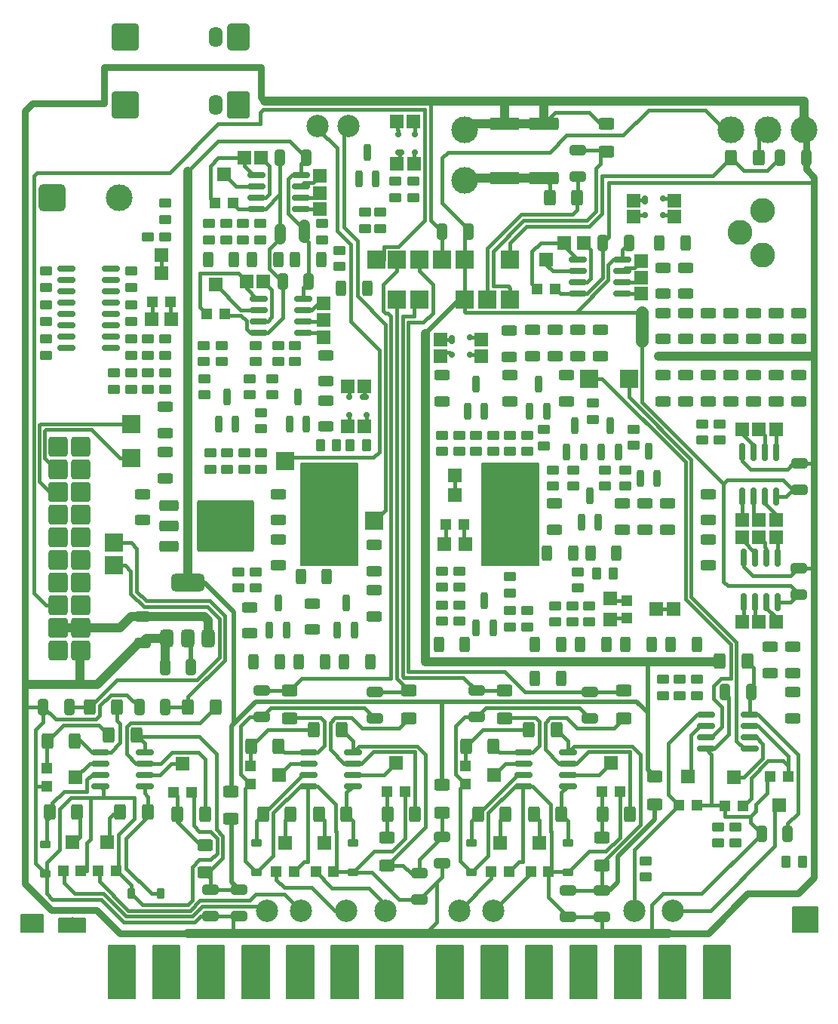
<source format=gtl>
G04 #@! TF.GenerationSoftware,KiCad,Pcbnew,9.0.1*
G04 #@! TF.CreationDate,2025-09-16T21:45:55+03:00*
G04 #@! TF.ProjectId,v1,76312e6b-6963-4616-945f-706362585858,rev?*
G04 #@! TF.SameCoordinates,Original*
G04 #@! TF.FileFunction,Copper,L1,Top*
G04 #@! TF.FilePolarity,Positive*
%FSLAX46Y46*%
G04 Gerber Fmt 4.6, Leading zero omitted, Abs format (unit mm)*
G04 Created by KiCad (PCBNEW 9.0.1) date 2025-09-16 21:45:55*
%MOMM*%
%LPD*%
G01*
G04 APERTURE LIST*
G04 Aperture macros list*
%AMRoundRect*
0 Rectangle with rounded corners*
0 $1 Rounding radius*
0 $2 $3 $4 $5 $6 $7 $8 $9 X,Y pos of 4 corners*
0 Add a 4 corners polygon primitive as box body*
4,1,4,$2,$3,$4,$5,$6,$7,$8,$9,$2,$3,0*
0 Add four circle primitives for the rounded corners*
1,1,$1+$1,$2,$3*
1,1,$1+$1,$4,$5*
1,1,$1+$1,$6,$7*
1,1,$1+$1,$8,$9*
0 Add four rect primitives between the rounded corners*
20,1,$1+$1,$2,$3,$4,$5,0*
20,1,$1+$1,$4,$5,$6,$7,0*
20,1,$1+$1,$6,$7,$8,$9,0*
20,1,$1+$1,$8,$9,$2,$3,0*%
G04 Aperture macros list end*
G04 #@! TA.AperFunction,NonConductor*
%ADD10C,0.200000*%
G04 #@! TD*
G04 #@! TA.AperFunction,Conductor*
%ADD11C,0.200000*%
G04 #@! TD*
G04 #@! TA.AperFunction,SMDPad,CuDef*
%ADD12R,1.200000X1.200000*%
G04 #@! TD*
G04 #@! TA.AperFunction,SMDPad,CuDef*
%ADD13R,1.600000X1.500000*%
G04 #@! TD*
G04 #@! TA.AperFunction,SMDPad,CuDef*
%ADD14R,1.500000X1.500000*%
G04 #@! TD*
G04 #@! TA.AperFunction,SMDPad,CuDef*
%ADD15R,1.500000X1.600000*%
G04 #@! TD*
G04 #@! TA.AperFunction,SMDPad,CuDef*
%ADD16RoundRect,0.250000X0.625000X-0.312500X0.625000X0.312500X-0.625000X0.312500X-0.625000X-0.312500X0*%
G04 #@! TD*
G04 #@! TA.AperFunction,SMDPad,CuDef*
%ADD17RoundRect,0.250000X0.262500X0.450000X-0.262500X0.450000X-0.262500X-0.450000X0.262500X-0.450000X0*%
G04 #@! TD*
G04 #@! TA.AperFunction,SMDPad,CuDef*
%ADD18RoundRect,0.250000X0.450000X-0.262500X0.450000X0.262500X-0.450000X0.262500X-0.450000X-0.262500X0*%
G04 #@! TD*
G04 #@! TA.AperFunction,SMDPad,CuDef*
%ADD19RoundRect,0.250000X0.312500X0.625000X-0.312500X0.625000X-0.312500X-0.625000X0.312500X-0.625000X0*%
G04 #@! TD*
G04 #@! TA.AperFunction,SMDPad,CuDef*
%ADD20RoundRect,0.250000X0.625000X-0.400000X0.625000X0.400000X-0.625000X0.400000X-0.625000X-0.400000X0*%
G04 #@! TD*
G04 #@! TA.AperFunction,SMDPad,CuDef*
%ADD21RoundRect,0.150000X-0.200000X-0.150000X0.200000X-0.150000X0.200000X0.150000X-0.200000X0.150000X0*%
G04 #@! TD*
G04 #@! TA.AperFunction,SMDPad,CuDef*
%ADD22RoundRect,0.175000X-0.175000X-0.325000X0.175000X-0.325000X0.175000X0.325000X-0.175000X0.325000X0*%
G04 #@! TD*
G04 #@! TA.AperFunction,SMDPad,CuDef*
%ADD23RoundRect,0.200000X0.200000X-0.750000X0.200000X0.750000X-0.200000X0.750000X-0.200000X-0.750000X0*%
G04 #@! TD*
G04 #@! TA.AperFunction,ComponentPad*
%ADD24RoundRect,0.323530X0.776470X0.776470X-0.776470X0.776470X-0.776470X-0.776470X0.776470X-0.776470X0*%
G04 #@! TD*
G04 #@! TA.AperFunction,ComponentPad*
%ADD25RoundRect,0.323529X0.776471X0.776471X-0.776471X0.776471X-0.776471X-0.776471X0.776471X-0.776471X0*%
G04 #@! TD*
G04 #@! TA.AperFunction,ComponentPad*
%ADD26RoundRect,0.275000X0.825000X0.825000X-0.825000X0.825000X-0.825000X-0.825000X0.825000X-0.825000X0*%
G04 #@! TD*
G04 #@! TA.AperFunction,ComponentPad*
%ADD27RoundRect,0.250000X1.250000X-1.250000X1.250000X1.250000X-1.250000X1.250000X-1.250000X-1.250000X0*%
G04 #@! TD*
G04 #@! TA.AperFunction,ComponentPad*
%ADD28O,1.600000X2.300000*%
G04 #@! TD*
G04 #@! TA.AperFunction,ComponentPad*
%ADD29RoundRect,0.208333X1.041667X-1.291667X1.041667X1.291667X-1.041667X1.291667X-1.041667X-1.291667X0*%
G04 #@! TD*
G04 #@! TA.AperFunction,ComponentPad*
%ADD30RoundRect,0.390625X0.859375X-1.109375X0.859375X1.109375X-0.859375X1.109375X-0.859375X-1.109375X0*%
G04 #@! TD*
G04 #@! TA.AperFunction,SMDPad,CuDef*
%ADD31RoundRect,0.150000X-0.150000X0.825000X-0.150000X-0.825000X0.150000X-0.825000X0.150000X0.825000X0*%
G04 #@! TD*
G04 #@! TA.AperFunction,SMDPad,CuDef*
%ADD32R,2.000000X2.000000*%
G04 #@! TD*
G04 #@! TA.AperFunction,SMDPad,CuDef*
%ADD33RoundRect,0.150000X-0.825000X-0.150000X0.825000X-0.150000X0.825000X0.150000X-0.825000X0.150000X0*%
G04 #@! TD*
G04 #@! TA.AperFunction,SMDPad,CuDef*
%ADD34RoundRect,0.250000X-0.400000X-0.625000X0.400000X-0.625000X0.400000X0.625000X-0.400000X0.625000X0*%
G04 #@! TD*
G04 #@! TA.AperFunction,SMDPad,CuDef*
%ADD35C,3.000000*%
G04 #@! TD*
G04 #@! TA.AperFunction,SMDPad,CuDef*
%ADD36RoundRect,0.250000X0.325000X0.650000X-0.325000X0.650000X-0.325000X-0.650000X0.325000X-0.650000X0*%
G04 #@! TD*
G04 #@! TA.AperFunction,SMDPad,CuDef*
%ADD37RoundRect,0.250000X-0.650000X0.325000X-0.650000X-0.325000X0.650000X-0.325000X0.650000X0.325000X0*%
G04 #@! TD*
G04 #@! TA.AperFunction,SMDPad,CuDef*
%ADD38RoundRect,0.250000X0.400000X0.625000X-0.400000X0.625000X-0.400000X-0.625000X0.400000X-0.625000X0*%
G04 #@! TD*
G04 #@! TA.AperFunction,SMDPad,CuDef*
%ADD39RoundRect,0.249999X1.425001X-0.450001X1.425001X0.450001X-1.425001X0.450001X-1.425001X-0.450001X0*%
G04 #@! TD*
G04 #@! TA.AperFunction,ComponentPad*
%ADD40RoundRect,0.441000X-1.059000X-1.059000X1.059000X-1.059000X1.059000X1.059000X-1.059000X1.059000X0*%
G04 #@! TD*
G04 #@! TA.AperFunction,ComponentPad*
%ADD41C,3.000000*%
G04 #@! TD*
G04 #@! TA.AperFunction,SMDPad,CuDef*
%ADD42C,2.500000*%
G04 #@! TD*
G04 #@! TA.AperFunction,SMDPad,CuDef*
%ADD43RoundRect,0.225000X-0.375000X0.225000X-0.375000X-0.225000X0.375000X-0.225000X0.375000X0.225000X0*%
G04 #@! TD*
G04 #@! TA.AperFunction,SMDPad,CuDef*
%ADD44RoundRect,0.250000X-0.312500X-0.625000X0.312500X-0.625000X0.312500X0.625000X-0.312500X0.625000X0*%
G04 #@! TD*
G04 #@! TA.AperFunction,SMDPad,CuDef*
%ADD45RoundRect,0.375000X0.375000X-0.625000X0.375000X0.625000X-0.375000X0.625000X-0.375000X-0.625000X0*%
G04 #@! TD*
G04 #@! TA.AperFunction,SMDPad,CuDef*
%ADD46RoundRect,0.500000X1.400000X-0.500000X1.400000X0.500000X-1.400000X0.500000X-1.400000X-0.500000X0*%
G04 #@! TD*
G04 #@! TA.AperFunction,SMDPad,CuDef*
%ADD47RoundRect,0.225000X0.225000X0.375000X-0.225000X0.375000X-0.225000X-0.375000X0.225000X-0.375000X0*%
G04 #@! TD*
G04 #@! TA.AperFunction,SMDPad,CuDef*
%ADD48RoundRect,0.250000X-0.625000X0.312500X-0.625000X-0.312500X0.625000X-0.312500X0.625000X0.312500X0*%
G04 #@! TD*
G04 #@! TA.AperFunction,SMDPad,CuDef*
%ADD49RoundRect,0.175000X-0.325000X0.175000X-0.325000X-0.175000X0.325000X-0.175000X0.325000X0.175000X0*%
G04 #@! TD*
G04 #@! TA.AperFunction,SMDPad,CuDef*
%ADD50RoundRect,0.150000X-0.150000X0.200000X-0.150000X-0.200000X0.150000X-0.200000X0.150000X0.200000X0*%
G04 #@! TD*
G04 #@! TA.AperFunction,SMDPad,CuDef*
%ADD51RoundRect,0.250000X-0.850000X-0.350000X0.850000X-0.350000X0.850000X0.350000X-0.850000X0.350000X0*%
G04 #@! TD*
G04 #@! TA.AperFunction,SMDPad,CuDef*
%ADD52RoundRect,0.249997X-2.950003X-2.650003X2.950003X-2.650003X2.950003X2.650003X-2.950003X2.650003X0*%
G04 #@! TD*
G04 #@! TA.AperFunction,SMDPad,CuDef*
%ADD53RoundRect,0.250000X-0.625000X0.400000X-0.625000X-0.400000X0.625000X-0.400000X0.625000X0.400000X0*%
G04 #@! TD*
G04 #@! TA.AperFunction,SMDPad,CuDef*
%ADD54RoundRect,0.175000X0.325000X-0.175000X0.325000X0.175000X-0.325000X0.175000X-0.325000X-0.175000X0*%
G04 #@! TD*
G04 #@! TA.AperFunction,SMDPad,CuDef*
%ADD55RoundRect,0.150000X0.150000X-0.200000X0.150000X0.200000X-0.150000X0.200000X-0.150000X-0.200000X0*%
G04 #@! TD*
G04 #@! TA.AperFunction,SMDPad,CuDef*
%ADD56RoundRect,0.250000X-0.325000X-0.650000X0.325000X-0.650000X0.325000X0.650000X-0.325000X0.650000X0*%
G04 #@! TD*
G04 #@! TA.AperFunction,SMDPad,CuDef*
%ADD57RoundRect,0.250000X0.650000X-0.325000X0.650000X0.325000X-0.650000X0.325000X-0.650000X-0.325000X0*%
G04 #@! TD*
G04 #@! TA.AperFunction,ViaPad*
%ADD58C,1.500000*%
G04 #@! TD*
G04 #@! TA.AperFunction,ViaPad*
%ADD59C,1.600000*%
G04 #@! TD*
G04 #@! TA.AperFunction,ViaPad*
%ADD60C,2.800000*%
G04 #@! TD*
G04 #@! TA.AperFunction,ViaPad*
%ADD61C,0.600000*%
G04 #@! TD*
G04 #@! TA.AperFunction,Conductor*
%ADD62C,0.400000*%
G04 #@! TD*
G04 #@! TA.AperFunction,Conductor*
%ADD63C,1.300000*%
G04 #@! TD*
G04 #@! TA.AperFunction,Conductor*
%ADD64C,0.500000*%
G04 #@! TD*
G04 #@! TA.AperFunction,Conductor*
%ADD65C,0.800000*%
G04 #@! TD*
G04 #@! TA.AperFunction,Conductor*
%ADD66C,1.000000*%
G04 #@! TD*
G04 #@! TA.AperFunction,Conductor*
%ADD67C,1.400000*%
G04 #@! TD*
G04 APERTURE END LIST*
D10*
X146685000Y-88265000D02*
X153035000Y-88265000D01*
X153035000Y-99695000D01*
X146685000Y-99695000D01*
X146685000Y-88265000D01*
G04 #@! TA.AperFunction,NonConductor*
G36*
X146685000Y-88265000D02*
G01*
X153035000Y-88265000D01*
X153035000Y-99695000D01*
X146685000Y-99695000D01*
X146685000Y-88265000D01*
G37*
G04 #@! TD.AperFunction*
X161600000Y-142300000D02*
X164600000Y-142300000D01*
X164600000Y-148300000D01*
X161600000Y-148300000D01*
X161600000Y-142300000D01*
G04 #@! TA.AperFunction,NonConductor*
G36*
X161600000Y-142300000D02*
G01*
X164600000Y-142300000D01*
X164600000Y-148300000D01*
X161600000Y-148300000D01*
X161600000Y-142300000D01*
G37*
G04 #@! TD.AperFunction*
D11*
X94956500Y-138885800D02*
X97423100Y-138885800D01*
X97423100Y-140768200D01*
X94956500Y-140768200D01*
X94956500Y-138885800D01*
G04 #@! TA.AperFunction,Conductor*
G36*
X94956500Y-138885800D02*
G01*
X97423100Y-138885800D01*
X97423100Y-140768200D01*
X94956500Y-140768200D01*
X94956500Y-138885800D01*
G37*
G04 #@! TD.AperFunction*
D10*
X114800000Y-142300000D02*
X117800000Y-142300000D01*
X117800000Y-148300000D01*
X114800000Y-148300000D01*
X114800000Y-142300000D01*
G04 #@! TA.AperFunction,NonConductor*
G36*
X114800000Y-142300000D02*
G01*
X117800000Y-142300000D01*
X117800000Y-148300000D01*
X114800000Y-148300000D01*
X114800000Y-142300000D01*
G37*
G04 #@! TD.AperFunction*
X104800000Y-142300000D02*
X107800000Y-142300000D01*
X107800000Y-148300000D01*
X104800000Y-148300000D01*
X104800000Y-142300000D01*
G04 #@! TA.AperFunction,NonConductor*
G36*
X104800000Y-142300000D02*
G01*
X107800000Y-142300000D01*
X107800000Y-148300000D01*
X104800000Y-148300000D01*
X104800000Y-142300000D01*
G37*
G04 #@! TD.AperFunction*
X109800000Y-142300000D02*
X112800000Y-142300000D01*
X112800000Y-148300000D01*
X109800000Y-148300000D01*
X109800000Y-142300000D01*
G04 #@! TA.AperFunction,NonConductor*
G36*
X109800000Y-142300000D02*
G01*
X112800000Y-142300000D01*
X112800000Y-148300000D01*
X109800000Y-148300000D01*
X109800000Y-142300000D01*
G37*
G04 #@! TD.AperFunction*
X181608600Y-138022200D02*
X184354600Y-138022200D01*
X184354600Y-140819000D01*
X181608600Y-140819000D01*
X181608600Y-138022200D01*
G04 #@! TA.AperFunction,NonConductor*
G36*
X181608600Y-138022200D02*
G01*
X184354600Y-138022200D01*
X184354600Y-140819000D01*
X181608600Y-140819000D01*
X181608600Y-138022200D01*
G37*
G04 #@! TD.AperFunction*
X151600000Y-142300000D02*
X154600000Y-142300000D01*
X154600000Y-148300000D01*
X151600000Y-148300000D01*
X151600000Y-142300000D01*
G04 #@! TA.AperFunction,NonConductor*
G36*
X151600000Y-142300000D02*
G01*
X154600000Y-142300000D01*
X154600000Y-148300000D01*
X151600000Y-148300000D01*
X151600000Y-142300000D01*
G37*
G04 #@! TD.AperFunction*
X99211000Y-139292200D02*
X102211000Y-139292200D01*
X102211000Y-140768200D01*
X99211000Y-140768200D01*
X99211000Y-139292200D01*
G04 #@! TA.AperFunction,NonConductor*
G36*
X99211000Y-139292200D02*
G01*
X102211000Y-139292200D01*
X102211000Y-140768200D01*
X99211000Y-140768200D01*
X99211000Y-139292200D01*
G37*
G04 #@! TD.AperFunction*
X141600000Y-142300000D02*
X144600000Y-142300000D01*
X144600000Y-148300000D01*
X141600000Y-148300000D01*
X141600000Y-142300000D01*
G04 #@! TA.AperFunction,NonConductor*
G36*
X141600000Y-142300000D02*
G01*
X144600000Y-142300000D01*
X144600000Y-148300000D01*
X141600000Y-148300000D01*
X141600000Y-142300000D01*
G37*
G04 #@! TD.AperFunction*
X124800000Y-142300000D02*
X127800000Y-142300000D01*
X127800000Y-148300000D01*
X124800000Y-148300000D01*
X124800000Y-142300000D01*
G04 #@! TA.AperFunction,NonConductor*
G36*
X124800000Y-142300000D02*
G01*
X127800000Y-142300000D01*
X127800000Y-148300000D01*
X124800000Y-148300000D01*
X124800000Y-142300000D01*
G37*
G04 #@! TD.AperFunction*
X156600000Y-142300000D02*
X159600000Y-142300000D01*
X159600000Y-148300000D01*
X156600000Y-148300000D01*
X156600000Y-142300000D01*
G04 #@! TA.AperFunction,NonConductor*
G36*
X156600000Y-142300000D02*
G01*
X159600000Y-142300000D01*
X159600000Y-148300000D01*
X156600000Y-148300000D01*
X156600000Y-142300000D01*
G37*
G04 #@! TD.AperFunction*
X146600000Y-142300000D02*
X149600000Y-142300000D01*
X149600000Y-148300000D01*
X146600000Y-148300000D01*
X146600000Y-142300000D01*
G04 #@! TA.AperFunction,NonConductor*
G36*
X146600000Y-142300000D02*
G01*
X149600000Y-142300000D01*
X149600000Y-148300000D01*
X146600000Y-148300000D01*
X146600000Y-142300000D01*
G37*
G04 #@! TD.AperFunction*
X166600000Y-142300000D02*
X169600000Y-142300000D01*
X169600000Y-148300000D01*
X166600000Y-148300000D01*
X166600000Y-142300000D01*
G04 #@! TA.AperFunction,NonConductor*
G36*
X166600000Y-142300000D02*
G01*
X169600000Y-142300000D01*
X169600000Y-148300000D01*
X166600000Y-148300000D01*
X166600000Y-142300000D01*
G37*
G04 #@! TD.AperFunction*
X171600000Y-142300000D02*
X174600000Y-142300000D01*
X174600000Y-148300000D01*
X171600000Y-148300000D01*
X171600000Y-142300000D01*
G04 #@! TA.AperFunction,NonConductor*
G36*
X171600000Y-142300000D02*
G01*
X174600000Y-142300000D01*
X174600000Y-148300000D01*
X171600000Y-148300000D01*
X171600000Y-142300000D01*
G37*
G04 #@! TD.AperFunction*
X134800000Y-142300000D02*
X137800000Y-142300000D01*
X137800000Y-148300000D01*
X134800000Y-148300000D01*
X134800000Y-142300000D01*
G04 #@! TA.AperFunction,NonConductor*
G36*
X134800000Y-142300000D02*
G01*
X137800000Y-142300000D01*
X137800000Y-148300000D01*
X134800000Y-148300000D01*
X134800000Y-142300000D01*
G37*
G04 #@! TD.AperFunction*
X119800000Y-142300000D02*
X122800000Y-142300000D01*
X122800000Y-148300000D01*
X119800000Y-148300000D01*
X119800000Y-142300000D01*
G04 #@! TA.AperFunction,NonConductor*
G36*
X119800000Y-142300000D02*
G01*
X122800000Y-142300000D01*
X122800000Y-148300000D01*
X119800000Y-148300000D01*
X119800000Y-142300000D01*
G37*
G04 #@! TD.AperFunction*
X126365000Y-88265000D02*
X132715000Y-88265000D01*
X132715000Y-99695000D01*
X126365000Y-99695000D01*
X126365000Y-88265000D01*
G04 #@! TA.AperFunction,NonConductor*
G36*
X126365000Y-88265000D02*
G01*
X132715000Y-88265000D01*
X132715000Y-99695000D01*
X126365000Y-99695000D01*
X126365000Y-88265000D01*
G37*
G04 #@! TD.AperFunction*
X129800000Y-142300000D02*
X132800000Y-142300000D01*
X132800000Y-148300000D01*
X129800000Y-148300000D01*
X129800000Y-142300000D01*
G04 #@! TA.AperFunction,NonConductor*
G36*
X129800000Y-142300000D02*
G01*
X132800000Y-142300000D01*
X132800000Y-148300000D01*
X129800000Y-148300000D01*
X129800000Y-142300000D01*
G37*
G04 #@! TD.AperFunction*
D12*
X144653000Y-95046800D03*
D13*
X143653000Y-91796800D03*
D12*
X142653000Y-95046800D03*
D14*
X143627600Y-89612400D03*
X144821400Y-97283200D03*
X142510000Y-97283200D03*
X110693200Y-64871600D03*
X111861600Y-72085200D03*
X109626400Y-72085200D03*
X161124200Y-105763200D03*
X168185400Y-104594800D03*
X161124200Y-103426400D03*
D12*
X109744000Y-70127600D03*
D13*
X110744000Y-66877600D03*
D12*
X111744000Y-70127600D03*
X162993600Y-103597200D03*
D15*
X166243600Y-104597200D03*
D12*
X162993600Y-105597200D03*
D16*
X129230381Y-79019098D03*
X129230381Y-76094098D03*
X129230381Y-84099098D03*
X129230381Y-81174098D03*
D17*
X133731000Y-86233000D03*
X131906000Y-86233000D03*
D18*
X128778000Y-63166000D03*
X128778000Y-61341000D03*
D19*
X128651000Y-65405000D03*
X125726000Y-65405000D03*
X123825000Y-65405000D03*
X120900000Y-65405000D03*
X118872000Y-65405000D03*
X115947000Y-65405000D03*
D14*
X133477000Y-84074000D03*
X133477000Y-79629000D03*
X131626000Y-84074000D03*
X131626000Y-79629000D03*
D18*
X133604000Y-61872500D03*
X133604000Y-60047500D03*
D17*
X182673000Y-132917144D03*
X180848000Y-132917144D03*
D18*
X165100000Y-134667000D03*
X165100000Y-132842000D03*
X175133000Y-130857000D03*
X175133000Y-129032000D03*
X173228000Y-130857000D03*
X173228000Y-129032000D03*
D20*
X118491000Y-128143000D03*
X118491000Y-125043000D03*
X166116000Y-126492000D03*
X166116000Y-123392000D03*
X142240000Y-127431800D03*
X142240000Y-124331800D03*
D16*
X149783800Y-76250800D03*
X149783800Y-73325800D03*
D14*
X146624800Y-74367300D03*
X142052800Y-76200000D03*
D21*
X145322800Y-74118300D03*
X145322800Y-76018300D03*
X143322800Y-76018300D03*
D22*
X143322800Y-74318300D03*
D14*
X142052800Y-74367300D03*
X146624800Y-76200000D03*
D18*
X163703000Y-86233000D03*
X163703000Y-84408000D03*
X159131000Y-83312000D03*
X159131000Y-81487000D03*
X162814000Y-90805000D03*
X162814000Y-88980000D03*
X160528000Y-90805000D03*
X160528000Y-88980000D03*
X156972000Y-90805000D03*
X156972000Y-88980000D03*
X154686000Y-90805000D03*
X154686000Y-88980000D03*
D23*
X161072300Y-83996400D03*
X162022300Y-86996400D03*
X160122300Y-86996400D03*
X164470000Y-89892000D03*
X166370000Y-89892000D03*
X165420000Y-86892000D03*
X157866000Y-94869000D03*
X159766000Y-94869000D03*
X158816000Y-91869000D03*
X156210000Y-86969600D03*
X158110000Y-86969600D03*
X157160000Y-83969600D03*
D24*
X101717500Y-109220000D03*
D25*
X99177500Y-109220000D03*
X101717500Y-106680000D03*
D26*
X99177500Y-106680000D03*
D25*
X101717500Y-104140000D03*
X99177500Y-104140000D03*
X101717500Y-101600000D03*
X99177500Y-101600000D03*
X101717500Y-99060000D03*
X99177500Y-99060000D03*
X101717500Y-96520000D03*
X99177500Y-96520000D03*
X101717500Y-93980000D03*
X99177500Y-93980000D03*
D26*
X101717500Y-91440000D03*
X99177500Y-91440000D03*
D25*
X101717500Y-88900000D03*
X99177500Y-88900000D03*
X101717500Y-86360000D03*
X99177500Y-86360000D03*
D27*
X106680000Y-48049337D03*
D28*
X116840000Y-48049337D03*
D29*
X119380000Y-48049337D03*
D30*
X119380000Y-40429337D03*
D28*
X116840000Y-40429337D03*
D27*
X106680000Y-40429337D03*
D31*
X179705000Y-91945000D03*
X178435000Y-91945000D03*
X177165000Y-91945000D03*
X175895000Y-91945000D03*
X175895000Y-86995000D03*
X177165000Y-86995000D03*
X178435000Y-86995000D03*
X179705000Y-86995000D03*
D16*
X111125000Y-84840000D03*
X111125000Y-81915000D03*
X111125000Y-89920000D03*
X111125000Y-86995000D03*
D32*
X134875000Y-65405000D03*
D33*
X126648000Y-69732001D03*
X126648000Y-71002001D03*
X126648000Y-72272001D03*
X126648000Y-73542001D03*
X121698000Y-73542001D03*
X121698000Y-72272001D03*
X121698000Y-71002001D03*
X121698000Y-69732001D03*
D14*
X179711822Y-96520000D03*
D34*
X154305000Y-58420000D03*
X157405000Y-58420000D03*
D32*
X163195000Y-78740000D03*
D18*
X170815000Y-112475000D03*
D16*
X181610000Y-116840000D03*
X181610000Y-113915000D03*
D18*
X118110000Y-88900000D03*
X118110000Y-87075000D03*
D14*
X163766500Y-60579000D03*
D12*
X120725000Y-122190000D03*
D15*
X123975000Y-123190000D03*
D12*
X120725000Y-124190000D03*
D16*
X169545000Y-69215000D03*
X169545000Y-66290000D03*
X179705000Y-74295000D03*
X179705000Y-71370000D03*
D23*
X145100000Y-82375000D03*
X147000000Y-82375000D03*
X146050000Y-79375000D03*
D33*
X121415000Y-55880000D03*
X121415000Y-57150000D03*
X121415000Y-58420000D03*
X121415000Y-59690000D03*
X126365000Y-59690000D03*
X126365000Y-58420000D03*
X126365000Y-57150000D03*
X126365000Y-55880000D03*
D12*
X115840000Y-71449000D03*
D13*
X116840000Y-68199000D03*
D12*
X117840000Y-71449000D03*
D18*
X156845000Y-106045000D03*
X168910000Y-112475000D03*
X120015000Y-88900000D03*
X120015000Y-87075000D03*
X111125000Y-79930000D03*
X111125000Y-78105000D03*
X144145000Y-105965000D03*
X144145000Y-104140000D03*
D16*
X123825000Y-94615000D03*
X123825000Y-91690000D03*
D12*
X136040000Y-125095000D03*
D13*
X137040000Y-121845000D03*
D12*
X138040000Y-125095000D03*
D35*
X178816000Y-50800000D03*
D16*
X182245000Y-74295000D03*
X182245000Y-71370000D03*
D18*
X130683000Y-66167000D03*
X130683000Y-64342000D03*
D16*
X172085000Y-81280000D03*
X172085000Y-78355000D03*
D32*
X137160000Y-65405000D03*
D16*
X142240000Y-81280000D03*
X142240000Y-78355000D03*
D12*
X103648000Y-133985000D03*
D13*
X104648000Y-130735000D03*
D12*
X105648000Y-133985000D03*
D35*
X144780000Y-56515000D03*
D33*
X157480000Y-65405000D03*
X157480000Y-66675000D03*
X157480000Y-67945000D03*
X157480000Y-69215000D03*
X162430000Y-69215000D03*
X162430000Y-67945000D03*
X162430000Y-66675000D03*
X162430000Y-65405000D03*
X151410000Y-120650000D03*
X151410000Y-121920000D03*
X151410000Y-123190000D03*
X151410000Y-124460000D03*
X156360000Y-124460000D03*
X156360000Y-123190000D03*
X156360000Y-121920000D03*
X156360000Y-120650000D03*
D36*
X181047004Y-129800144D03*
X178097004Y-129800144D03*
D18*
X107315000Y-68500000D03*
X107315000Y-66675000D03*
D37*
X156394438Y-136139007D03*
X156394438Y-139089007D03*
D14*
X175901822Y-106045000D03*
D16*
X169545000Y-74295000D03*
X169545000Y-71370000D03*
D38*
X149375000Y-127635000D03*
X146275000Y-127635000D03*
D18*
X170815000Y-114300000D03*
D16*
X134620000Y-100330000D03*
X134620000Y-97405000D03*
D39*
X149225000Y-56265000D03*
X149225000Y-50165000D03*
D40*
X98435000Y-58420000D03*
D41*
X106035000Y-58420000D03*
D34*
X144930000Y-120015000D03*
X148030000Y-120015000D03*
D18*
X125730000Y-76835000D03*
X125730000Y-75010000D03*
D14*
X177806822Y-96520000D03*
D16*
X179705000Y-81280000D03*
X179705000Y-78355000D03*
D18*
X121920000Y-88900000D03*
X121920000Y-87075000D03*
D16*
X182245000Y-81280000D03*
X182245000Y-78355000D03*
D17*
X159617400Y-100584000D03*
D38*
X130960000Y-118110000D03*
X127860000Y-118110000D03*
D12*
X128055000Y-134060000D03*
D13*
X129055000Y-130810000D03*
D12*
X130055000Y-134060000D03*
D38*
X105765000Y-115570000D03*
X102665000Y-115570000D03*
D16*
X172085000Y-74295000D03*
X172085000Y-71370000D03*
D23*
X125095000Y-83820000D03*
X126995000Y-83820000D03*
X126045000Y-80820000D03*
D16*
X169545000Y-81280000D03*
X169545000Y-78355000D03*
D18*
X107315000Y-79930000D03*
X107315000Y-78105000D03*
D20*
X162635000Y-116840000D03*
X162635000Y-113740000D03*
D16*
X177165000Y-81280000D03*
X177165000Y-78355000D03*
D34*
X128420000Y-127635000D03*
X131520000Y-127635000D03*
D18*
X123190000Y-80565000D03*
X123190000Y-78740000D03*
D37*
X139700000Y-134210000D03*
X139700000Y-137160000D03*
D18*
X120650000Y-80565000D03*
X120650000Y-78740000D03*
D14*
X175895000Y-84455000D03*
D18*
X142240000Y-102155000D03*
X142240000Y-100330000D03*
X117475000Y-76835000D03*
X117475000Y-75010000D03*
X109220000Y-62865000D03*
D14*
X139065000Y-54610000D03*
X122203000Y-67827001D03*
D36*
X127283000Y-67827001D03*
X124333000Y-67827001D03*
D42*
X135890000Y-138430000D03*
D12*
X144855000Y-122190000D03*
D15*
X148105000Y-123190000D03*
D12*
X144855000Y-124190000D03*
D14*
X121920000Y-53975000D03*
D19*
X155575000Y-112395000D03*
X152650000Y-112395000D03*
D18*
X116205000Y-88900000D03*
X116205000Y-87075000D03*
D32*
X105410000Y-99695000D03*
X147320000Y-69850000D03*
D42*
X147955000Y-138430000D03*
D36*
X111200000Y-115570000D03*
X108250000Y-115570000D03*
D18*
X111125000Y-62865000D03*
D43*
X121435000Y-130810000D03*
X121435000Y-134110000D03*
D18*
X121285000Y-76835000D03*
X121285000Y-75010000D03*
D44*
X126365000Y-100965000D03*
X129290000Y-100965000D03*
D14*
X128524000Y-57912000D03*
D12*
X152185000Y-134060000D03*
D13*
X153185000Y-130810000D03*
D12*
X154185000Y-134060000D03*
D16*
X172085000Y-94615000D03*
X172085000Y-91690000D03*
X134620000Y-105410000D03*
X134620000Y-102485000D03*
D14*
X175895000Y-94615000D03*
X139002037Y-49850908D03*
D35*
X182880000Y-50800000D03*
D36*
X176940000Y-113925144D03*
X173990000Y-113925144D03*
D16*
X181610000Y-111760000D03*
X181610000Y-108835000D03*
D14*
X155956000Y-63500000D03*
D32*
X144780000Y-69850000D03*
D18*
X123825000Y-76835000D03*
X123825000Y-75010000D03*
X168910000Y-114300000D03*
X97790000Y-76120000D03*
X97790000Y-74295000D03*
D45*
X111365000Y-107900000D03*
X113665000Y-107900000D03*
D46*
X113665000Y-101600000D03*
D45*
X115965000Y-107900000D03*
D14*
X163766500Y-58737500D03*
D16*
X167005000Y-74295000D03*
X167005000Y-71370000D03*
D14*
X158115000Y-63500000D03*
X120298000Y-67827001D03*
D18*
X111125000Y-59055000D03*
D14*
X179711822Y-106045000D03*
D47*
X110690000Y-136525000D03*
X107390000Y-136525000D03*
D18*
X116078000Y-63166000D03*
X116078000Y-61341000D03*
D32*
X149860000Y-69850000D03*
D39*
X153670000Y-56265000D03*
X153670000Y-50165000D03*
D16*
X167005000Y-69215000D03*
X167005000Y-66290000D03*
D14*
X128934000Y-70240001D03*
D18*
X121285000Y-102235000D03*
X121285000Y-100410000D03*
D33*
X100079000Y-66421000D03*
X100079000Y-67691000D03*
X100079000Y-68961000D03*
X100079000Y-70231000D03*
X100079000Y-71501000D03*
X100079000Y-72771000D03*
X100079000Y-74041000D03*
X100079000Y-75311000D03*
X105029000Y-75311000D03*
X105029000Y-74041000D03*
X105029000Y-72771000D03*
X105029000Y-71501000D03*
X105029000Y-70231000D03*
X105029000Y-68961000D03*
X105029000Y-67691000D03*
X105029000Y-66421000D03*
D14*
X128524000Y-56007000D03*
D19*
X155575000Y-108585000D03*
X152650000Y-108585000D03*
D16*
X152400000Y-76200000D03*
X152400000Y-73275000D03*
D14*
X175901822Y-96520000D03*
D16*
X120650000Y-107315000D03*
X120650000Y-104390000D03*
D12*
X181077004Y-123375144D03*
D13*
X180077004Y-126625144D03*
D12*
X179077004Y-123375144D03*
D32*
X139700000Y-65405000D03*
D22*
X165036500Y-58688500D03*
D21*
X165036500Y-60388500D03*
X167036500Y-60388500D03*
X167036500Y-58488500D03*
D20*
X138505000Y-116840000D03*
X138505000Y-113740000D03*
D14*
X164592000Y-65532000D03*
D37*
X158825000Y-113890000D03*
X158825000Y-116840000D03*
D34*
X173430000Y-110439200D03*
X176530000Y-110439200D03*
X160245000Y-127635000D03*
X163345000Y-127635000D03*
D12*
X168842004Y-126625144D03*
D13*
X169842004Y-123375144D03*
D12*
X170842004Y-126625144D03*
D18*
X117983000Y-63166000D03*
X117983000Y-61341000D03*
X167005000Y-114300000D03*
D19*
X129097500Y-110490000D03*
X126172500Y-110490000D03*
D42*
X163830000Y-138430000D03*
D32*
X142240000Y-65405000D03*
D34*
X106120000Y-127381000D03*
X109220000Y-127381000D03*
D33*
X171822004Y-116465144D03*
X171822004Y-117735144D03*
X171822004Y-119005144D03*
X171822004Y-120275144D03*
X176772004Y-120275144D03*
X176772004Y-119005144D03*
X176772004Y-117735144D03*
X176772004Y-116465144D03*
D18*
X119380000Y-102235000D03*
X119380000Y-100410000D03*
X115443000Y-76835000D03*
X115443000Y-75010000D03*
X157480000Y-100410000D03*
X154940000Y-104220000D03*
D34*
X152550000Y-127635000D03*
X155650000Y-127635000D03*
D23*
X130495000Y-106910000D03*
X132395000Y-106910000D03*
X131445000Y-103910000D03*
D18*
X138988800Y-58420000D03*
X138988800Y-56595000D03*
X158750000Y-104220000D03*
D38*
X155090000Y-118110000D03*
X151990000Y-118110000D03*
D16*
X172085000Y-99695000D03*
X172085000Y-96770000D03*
D14*
X137144665Y-49862011D03*
D18*
X149860000Y-106600000D03*
X149860000Y-104775000D03*
X107315000Y-72310000D03*
X107315000Y-70485000D03*
D32*
X139700000Y-69850000D03*
D43*
X156360000Y-130810000D03*
X156360000Y-134110000D03*
D18*
X107315000Y-76120000D03*
X107315000Y-74295000D03*
D42*
X144145000Y-138430000D03*
D35*
X144780000Y-50800000D03*
D14*
X164592000Y-67437000D03*
D18*
X97790000Y-72310000D03*
X97790000Y-70485000D03*
X144145000Y-102155000D03*
X144145000Y-100330000D03*
D37*
X116280000Y-136060000D03*
X116280000Y-139010000D03*
D48*
X127635000Y-103947500D03*
X127635000Y-106872500D03*
D18*
X135255000Y-61872500D03*
X135255000Y-60047500D03*
D32*
X144780000Y-65405000D03*
D16*
X154940000Y-76200000D03*
X154940000Y-73275000D03*
X162504381Y-95656098D03*
X162504381Y-92731098D03*
D32*
X107315000Y-87630000D03*
D16*
X149860000Y-81280000D03*
X149860000Y-78355000D03*
D18*
X173355000Y-85645000D03*
X173355000Y-83820000D03*
D12*
X173997004Y-126700144D03*
D13*
X174997004Y-123450144D03*
D12*
X175997004Y-126700144D03*
D18*
X111125000Y-76120000D03*
X111125000Y-74295000D03*
D19*
X169545000Y-63500000D03*
X166620000Y-63500000D03*
D32*
X105410000Y-97155000D03*
D18*
X153670000Y-86280000D03*
X153670000Y-84455000D03*
D43*
X97663000Y-130987800D03*
X97663000Y-134287800D03*
D12*
X147740000Y-134060000D03*
D13*
X148740000Y-130810000D03*
D12*
X149740000Y-134060000D03*
D18*
X115570000Y-80565000D03*
X115570000Y-78740000D03*
D42*
X126365000Y-138430000D03*
D34*
X97940000Y-119380000D03*
X101040000Y-119380000D03*
D20*
X115645000Y-134155000D03*
X115645000Y-131055000D03*
D23*
X122875000Y-106910000D03*
X124775000Y-106910000D03*
X123825000Y-103910000D03*
D36*
X114075000Y-111125000D03*
X111125000Y-111125000D03*
D12*
X99711000Y-133985000D03*
D13*
X100711000Y-130735000D03*
D12*
X101711000Y-133985000D03*
D38*
X116840000Y-115570000D03*
X113740000Y-115570000D03*
D19*
X134177500Y-110490000D03*
X131252500Y-110490000D03*
D43*
X132230000Y-130810000D03*
X132230000Y-134110000D03*
D33*
X127280000Y-120650000D03*
X127280000Y-121920000D03*
X127280000Y-123190000D03*
X127280000Y-124460000D03*
X132230000Y-124460000D03*
X132230000Y-123190000D03*
X132230000Y-121920000D03*
X132230000Y-120650000D03*
D38*
X107950000Y-118745000D03*
X104850000Y-118745000D03*
D23*
X132893500Y-56338600D03*
X134793500Y-56338600D03*
X133843500Y-53338600D03*
D12*
X152922500Y-68655000D03*
D13*
X153922500Y-65405000D03*
D12*
X154922500Y-68655000D03*
D14*
X164592000Y-69215000D03*
D37*
X108585000Y-105410000D03*
X108585000Y-108360000D03*
D18*
X154940000Y-106045000D03*
X149860000Y-86915000D03*
X149860000Y-85090000D03*
D19*
X133832600Y-68580000D03*
X130907600Y-68580000D03*
D31*
X179936822Y-98855000D03*
X178666822Y-98855000D03*
X177396822Y-98855000D03*
X176126822Y-98855000D03*
X176126822Y-103805000D03*
X177396822Y-103805000D03*
X178666822Y-103805000D03*
X179936822Y-103805000D03*
D49*
X133531000Y-80804000D03*
D50*
X131831000Y-80804000D03*
X131831000Y-82804000D03*
X133731000Y-82804000D03*
D37*
X146125000Y-113740000D03*
X146125000Y-116690000D03*
D43*
X145565000Y-130810000D03*
X145565000Y-134110000D03*
D38*
X125245000Y-127635000D03*
X122145000Y-127635000D03*
D18*
X142240000Y-86915000D03*
X142240000Y-85090000D03*
D37*
X119455000Y-136060000D03*
X119455000Y-139010000D03*
D20*
X136040000Y-133350000D03*
X136040000Y-130250000D03*
D18*
X119888000Y-63166000D03*
X119888000Y-61341000D03*
D14*
X179705000Y-84455000D03*
D16*
X154884381Y-95656098D03*
X154884381Y-92731098D03*
D18*
X137007600Y-58394600D03*
X137007600Y-56569600D03*
X146050000Y-86915000D03*
X146050000Y-85090000D03*
D42*
X122555000Y-138430000D03*
D18*
X97790000Y-68500000D03*
X97790000Y-66675000D03*
D37*
X160204438Y-136139007D03*
X160204438Y-139089007D03*
D12*
X160170000Y-125095000D03*
D13*
X161170000Y-121845000D03*
D12*
X162170000Y-125095000D03*
D18*
X109220000Y-76120000D03*
X109220000Y-74295000D03*
D33*
X103880000Y-120650000D03*
X103880000Y-121920000D03*
X103880000Y-123190000D03*
X103880000Y-124460000D03*
X108830000Y-124460000D03*
X108830000Y-123190000D03*
X108830000Y-121920000D03*
X108830000Y-120650000D03*
D12*
X112105000Y-125170000D03*
D13*
X113105000Y-121920000D03*
D12*
X114105000Y-125170000D03*
D19*
X144780000Y-108585000D03*
X141855000Y-108585000D03*
D14*
X179705000Y-94615000D03*
D18*
X147955000Y-86915000D03*
X147955000Y-85090000D03*
D17*
X130399800Y-86233000D03*
X128574800Y-86233000D03*
D32*
X137160000Y-69850000D03*
D18*
X151765000Y-106600000D03*
X151765000Y-104775000D03*
D42*
X168100000Y-138430000D03*
D18*
X151765000Y-86915000D03*
X151765000Y-85090000D03*
D23*
X146055000Y-106680000D03*
X147955000Y-106680000D03*
X147005000Y-103680000D03*
D14*
X177800000Y-84455000D03*
D34*
X112545000Y-127635000D03*
X115645000Y-127635000D03*
D18*
X105410000Y-79930000D03*
X105410000Y-78105000D03*
D16*
X156210000Y-81280000D03*
X156210000Y-78355000D03*
D14*
X128524000Y-59690000D03*
D12*
X116745000Y-59055000D03*
D13*
X117745000Y-55805000D03*
D12*
X118745000Y-59055000D03*
D23*
X152085000Y-82375000D03*
X153985000Y-82375000D03*
X153035000Y-79375000D03*
D20*
X125170000Y-116840000D03*
X125170000Y-113740000D03*
D19*
X160655000Y-108585000D03*
X157730000Y-108585000D03*
D18*
X167005000Y-112475000D03*
D32*
X107315000Y-83820000D03*
D51*
X111598600Y-92966300D03*
X111598600Y-95246300D03*
D52*
X117898600Y-95246300D03*
D51*
X111598600Y-97526300D03*
D16*
X123825000Y-99695000D03*
X123825000Y-96770000D03*
D53*
X160655000Y-50165000D03*
X160655000Y-53265000D03*
D19*
X161798000Y-98298000D03*
X158873000Y-98298000D03*
D18*
X111125000Y-60880000D03*
D35*
X174625000Y-50800000D03*
D34*
X174700000Y-53975000D03*
X177800000Y-53975000D03*
D18*
X156845000Y-104220000D03*
X149860000Y-102790000D03*
X149860000Y-100965000D03*
X158750000Y-106045000D03*
D16*
X108585000Y-94619000D03*
X108585000Y-91694000D03*
X160020000Y-76200000D03*
X160020000Y-73275000D03*
D32*
X158750000Y-78740000D03*
D16*
X174625000Y-74295000D03*
X174625000Y-71370000D03*
D17*
X161442400Y-100584000D03*
D12*
X123610000Y-134060000D03*
D13*
X124610000Y-130810000D03*
D12*
X125610000Y-134060000D03*
D54*
X137481590Y-53319419D03*
D55*
X139181590Y-53319419D03*
X139181590Y-51319419D03*
X137281590Y-51319419D03*
D18*
X109220000Y-79930000D03*
X109220000Y-78105000D03*
X157480000Y-102235000D03*
D36*
X127000000Y-53975000D03*
X124050000Y-53975000D03*
D18*
X121793000Y-63166000D03*
X121793000Y-61341000D03*
X144145000Y-86915000D03*
X144145000Y-85090000D03*
D32*
X149860000Y-65405000D03*
D16*
X179070000Y-111760000D03*
X179070000Y-108835000D03*
X177165000Y-74295000D03*
X177165000Y-71370000D03*
D56*
X180135000Y-53975000D03*
X183085000Y-53975000D03*
D14*
X168338500Y-60579000D03*
D34*
X120800000Y-120015000D03*
X123900000Y-120015000D03*
D19*
X165735000Y-108585000D03*
X162810000Y-108585000D03*
D57*
X157480000Y-56085000D03*
X157480000Y-53135000D03*
D23*
X117160000Y-83820000D03*
X119060000Y-83820000D03*
X118110000Y-80820000D03*
D14*
X177800000Y-94615000D03*
D18*
X142240000Y-105965000D03*
X142240000Y-104140000D03*
D36*
X163195000Y-63500000D03*
X160245000Y-63500000D03*
D16*
X167005000Y-81280000D03*
X167005000Y-78355000D03*
D14*
X137160000Y-54610000D03*
D42*
X131445000Y-138430000D03*
D14*
X168338500Y-58737500D03*
D57*
X182372000Y-91215000D03*
X182372000Y-88265000D03*
D34*
X136115000Y-127635000D03*
X139215000Y-127635000D03*
D20*
X149300000Y-116840000D03*
X149300000Y-113740000D03*
D14*
X177806822Y-106045000D03*
X128934000Y-74050001D03*
D37*
X134695000Y-113890000D03*
X134695000Y-116840000D03*
D16*
X174625000Y-81280000D03*
X174625000Y-78355000D03*
D18*
X121920000Y-84375000D03*
X121920000Y-82550000D03*
D19*
X156921200Y-98298000D03*
X153996200Y-98298000D03*
D20*
X160170000Y-133350000D03*
X160170000Y-130250000D03*
D57*
X182251822Y-102948000D03*
X182251822Y-99998000D03*
D38*
X101269800Y-127381000D03*
X98169800Y-127381000D03*
D16*
X157480000Y-76200000D03*
X157480000Y-73275000D03*
D37*
X121995000Y-113740000D03*
X121995000Y-116690000D03*
D36*
X145190000Y-62230000D03*
X142240000Y-62230000D03*
D12*
X97865000Y-122460000D03*
D15*
X101115000Y-123460000D03*
D12*
X97865000Y-124460000D03*
D14*
X128934000Y-72145001D03*
D19*
X124017500Y-110490000D03*
X121092500Y-110490000D03*
D14*
X120015000Y-53975000D03*
D18*
X171450000Y-85645000D03*
X171450000Y-83820000D03*
D19*
X170815000Y-108585000D03*
X167890000Y-108585000D03*
D36*
X100405000Y-115570000D03*
X97455000Y-115570000D03*
D37*
X142240000Y-130175000D03*
X142240000Y-133125000D03*
D32*
X124612400Y-87985600D03*
X134620000Y-94691200D03*
D42*
X128270000Y-50419000D03*
X131724400Y-50419000D03*
D16*
X165044381Y-95656098D03*
X165044381Y-92731098D03*
X167584381Y-95656098D03*
X167584381Y-92731098D03*
D58*
X100736400Y-139903200D03*
X96189800Y-139827000D03*
D59*
X116300000Y-143500000D03*
D60*
X178193596Y-59858338D03*
D59*
X158000000Y-143500000D03*
D60*
X178193596Y-64858338D03*
D59*
X121300000Y-143500000D03*
X153100000Y-143500000D03*
X143100000Y-143500000D03*
X136300000Y-143500000D03*
X168100000Y-143500000D03*
X111300000Y-143500000D03*
X163100000Y-143500000D03*
X173100000Y-143500000D03*
X126300000Y-143500000D03*
D60*
X175693596Y-62358338D03*
D59*
X131200000Y-143500000D03*
X148100000Y-143500000D03*
X183100000Y-139300000D03*
X106300000Y-143500000D03*
D61*
X105410000Y-99695000D03*
X105410000Y-97155000D03*
X144780000Y-69850000D03*
X144780000Y-65405000D03*
X142240000Y-65405000D03*
X137160000Y-65405000D03*
X137160000Y-69850000D03*
X139700000Y-69850000D03*
X139700000Y-65405000D03*
X147320000Y-69850000D03*
X149860000Y-69850000D03*
X149860000Y-65405000D03*
X134875000Y-65405000D03*
D62*
X166243600Y-104597200D02*
X168183000Y-104597200D01*
X168183000Y-104597200D02*
X168185400Y-104594800D01*
X162993600Y-105597200D02*
X161290200Y-105597200D01*
X161290200Y-105597200D02*
X161124200Y-105763200D01*
X162993600Y-103597200D02*
X161295000Y-103597200D01*
X161295000Y-103597200D02*
X161124200Y-103426400D01*
X110744000Y-66877600D02*
X110744000Y-64922400D01*
X110744000Y-64922400D02*
X110693200Y-64871600D01*
X111744000Y-70127600D02*
X111744000Y-71967600D01*
X111744000Y-71967600D02*
X111861600Y-72085200D01*
X109744000Y-70127600D02*
X109744000Y-71967600D01*
X109744000Y-71967600D02*
X109626400Y-72085200D01*
X144653000Y-95046800D02*
X144653000Y-97114800D01*
X144653000Y-97114800D02*
X144821400Y-97283200D01*
X142653000Y-95046800D02*
X142653000Y-97140200D01*
X142653000Y-97140200D02*
X142510000Y-97283200D01*
X143653000Y-91796800D02*
X143653000Y-89637800D01*
X143653000Y-89637800D02*
X143627600Y-89612400D01*
X124050000Y-58029999D02*
X124050000Y-61878000D01*
D63*
X124050000Y-63021000D02*
X124050000Y-61878000D01*
D62*
X124050000Y-61878000D02*
X124079000Y-61849000D01*
D63*
X126746000Y-61468000D02*
X126746000Y-62865000D01*
D62*
X123796000Y-67281000D02*
X122861500Y-66346500D01*
X122861500Y-66346500D02*
X122861500Y-64209500D01*
X122861500Y-64209500D02*
X124050000Y-63021000D01*
X124939000Y-60169000D02*
X124939000Y-56331001D01*
X124939000Y-56331001D02*
X125390001Y-55880000D01*
X125390001Y-55880000D02*
X126365000Y-55880000D01*
X120298000Y-67827001D02*
X119399999Y-66929000D01*
X119399999Y-66929000D02*
X115062000Y-66929000D01*
X115062000Y-66929000D02*
X115062000Y-70671000D01*
X115062000Y-70671000D02*
X115840000Y-71449000D01*
X117840000Y-71449000D02*
X117994001Y-71603001D01*
X117994001Y-71603001D02*
X119662001Y-71603001D01*
X120322000Y-72263000D02*
X119662001Y-71603001D01*
X121698000Y-73542001D02*
X120723001Y-73542001D01*
X120723001Y-73542001D02*
X120322000Y-73141000D01*
X120322000Y-73141000D02*
X120322000Y-72263000D01*
X116840000Y-68199000D02*
X119643001Y-71002001D01*
X119643001Y-71002001D02*
X121698000Y-71002001D01*
X177165000Y-86995000D02*
X177165000Y-86233000D01*
X177165000Y-86233000D02*
X175895000Y-84963000D01*
X175895000Y-84963000D02*
X175895000Y-84455000D01*
X178666822Y-103805000D02*
X178666822Y-104498822D01*
X178666822Y-104498822D02*
X179711822Y-105543822D01*
X179711822Y-105543822D02*
X179711822Y-106045000D01*
X177396822Y-98855000D02*
X177396822Y-98275822D01*
X177396822Y-98275822D02*
X175901822Y-96780822D01*
X175901822Y-96780822D02*
X175901822Y-96520000D01*
X178666822Y-98855000D02*
X178666822Y-97894822D01*
X178666822Y-97894822D02*
X178435000Y-97663000D01*
X178435000Y-97663000D02*
X178435000Y-97148178D01*
X178435000Y-97148178D02*
X177806822Y-96520000D01*
X177165000Y-91945000D02*
X177165000Y-93980000D01*
X177165000Y-93980000D02*
X177800000Y-94615000D01*
X178435000Y-91945000D02*
X178435000Y-92710000D01*
X178435000Y-92710000D02*
X179705000Y-93980000D01*
X179705000Y-93980000D02*
X179705000Y-94615000D01*
X134559000Y-87564000D02*
X125034000Y-87564000D01*
X125034000Y-87564000D02*
X124612400Y-87985600D01*
X135178800Y-75488800D02*
X135178800Y-86944200D01*
X134251000Y-74561000D02*
X135178800Y-75488800D01*
X132003800Y-63703200D02*
X132003800Y-72313800D01*
X133719000Y-74029000D02*
X133719000Y-74033207D01*
X135178800Y-86944200D02*
X134559000Y-87564000D01*
X130429000Y-62128400D02*
X132003800Y-63703200D01*
X130429000Y-52857400D02*
X130429000Y-62128400D01*
X134246793Y-74561000D02*
X134251000Y-74561000D01*
X132003800Y-72313800D02*
X133719000Y-74029000D01*
X128270000Y-50698400D02*
X130429000Y-52857400D01*
X133719000Y-74033207D02*
X134246793Y-74561000D01*
X128270000Y-50419000D02*
X128270000Y-50698400D01*
X131724400Y-50419000D02*
X131648200Y-50419000D01*
X132715000Y-69469000D02*
X135858000Y-72612000D01*
X131648200Y-50419000D02*
X131191000Y-50876200D01*
X131191000Y-50876200D02*
X131191000Y-61696600D01*
X135858000Y-72612000D02*
X135858000Y-93453200D01*
X135858000Y-93453200D02*
X134620000Y-94691200D01*
X131191000Y-61696600D02*
X132715000Y-63220600D01*
X132715000Y-63220600D02*
X132715000Y-69469000D01*
X133531000Y-80804000D02*
X133531000Y-79683000D01*
X133531000Y-79683000D02*
X133477000Y-79629000D01*
X131831000Y-80804000D02*
X131831000Y-79751000D01*
X131831000Y-79751000D02*
X131953000Y-79629000D01*
X133731000Y-82804000D02*
X133731000Y-83820000D01*
X133731000Y-83820000D02*
X133477000Y-84074000D01*
X131831000Y-82804000D02*
X131831000Y-83952000D01*
X131831000Y-83952000D02*
X131953000Y-84074000D01*
X121698000Y-69732001D02*
X121441000Y-69732001D01*
X121441000Y-69732001D02*
X120298000Y-68589001D01*
X120298000Y-68589001D02*
X120298000Y-67827001D01*
X126648000Y-71002001D02*
X127622999Y-71002001D01*
X127622999Y-71002001D02*
X128384999Y-70240001D01*
X128384999Y-70240001D02*
X128934000Y-70240001D01*
X121415000Y-55880000D02*
X121031000Y-55880000D01*
X121031000Y-55880000D02*
X120015000Y-54864000D01*
X120015000Y-54864000D02*
X120015000Y-53975000D01*
X126365000Y-57150000D02*
X126754000Y-56761000D01*
X126754000Y-56761000D02*
X127770000Y-56761000D01*
X127770000Y-56761000D02*
X128524000Y-56007000D01*
X157480000Y-65405000D02*
X155575000Y-63500000D01*
X155575000Y-63500000D02*
X153287500Y-63500000D01*
X153287500Y-63500000D02*
X152334025Y-64453475D01*
X152334025Y-64453475D02*
X152334025Y-68066525D01*
X152334025Y-68066525D02*
X152940000Y-68672500D01*
X162430000Y-66675000D02*
X162819000Y-66286000D01*
X162819000Y-66286000D02*
X163838000Y-66286000D01*
X163838000Y-66286000D02*
X164592000Y-65532000D01*
X137262700Y-50841400D02*
X137281590Y-50860290D01*
X137281590Y-50860290D02*
X137281590Y-51319419D01*
X139162700Y-50841400D02*
X139181590Y-50860290D01*
X139181590Y-50860290D02*
X139181590Y-51319419D01*
X139065000Y-54610000D02*
X139065000Y-53436009D01*
X139065000Y-53436009D02*
X139181590Y-53319419D01*
X137462700Y-54610000D02*
X137462700Y-53338309D01*
X137462700Y-53338309D02*
X137481590Y-53319419D01*
D64*
X165354000Y-117475000D02*
X165354000Y-122630000D01*
X165354000Y-122630000D02*
X166116000Y-123392000D01*
X118880000Y-117415000D02*
X118880000Y-104915000D01*
X118880000Y-104915000D02*
X115565000Y-101600000D01*
X115565000Y-101600000D02*
X113665000Y-101600000D01*
X160204438Y-136139007D02*
X161040993Y-136139007D01*
X161040993Y-136139007D02*
X161925000Y-135255000D01*
X161925000Y-135255000D02*
X161925000Y-132359400D01*
X161925000Y-132359400D02*
X166116000Y-128168400D01*
X166116000Y-128168400D02*
X166116000Y-126492000D01*
X142240000Y-114966000D02*
X142240000Y-124331800D01*
D62*
X142240000Y-130175000D02*
X142240000Y-127431800D01*
D64*
X118880000Y-117415000D02*
X118592600Y-117702400D01*
X118592600Y-117702400D02*
X118592600Y-125018800D01*
X119455000Y-136060000D02*
X118592600Y-135197600D01*
X118592600Y-135197600D02*
X118592600Y-128118800D01*
D62*
X108120000Y-118915000D02*
X114952600Y-118915000D01*
X114952600Y-118915000D02*
X116890800Y-120853200D01*
X117622000Y-130032058D02*
X117622000Y-132518000D01*
X116890800Y-120853200D02*
X116890800Y-129300858D01*
X116890800Y-129300858D02*
X117622000Y-130032058D01*
X117622000Y-132518000D02*
X116239971Y-133900029D01*
X142052800Y-74367300D02*
X143273800Y-74367300D01*
X143068800Y-75764300D02*
X143322800Y-76018300D01*
X145322800Y-76018300D02*
X146370800Y-76018300D01*
X146375800Y-74118300D02*
X146624800Y-74367300D01*
X142052800Y-75764300D02*
X143068800Y-75764300D01*
X143273800Y-74367300D02*
X143322800Y-74318300D01*
X146370800Y-76018300D02*
X146624800Y-75764300D01*
X145322800Y-74118300D02*
X146375800Y-74118300D01*
X104215000Y-125730000D02*
X107700273Y-125730000D01*
X107700273Y-125730000D02*
X107700273Y-128113327D01*
X107700273Y-128113327D02*
X105943400Y-129870200D01*
X105943400Y-129870200D02*
X105943400Y-134137400D01*
X105943400Y-134137400D02*
X107390000Y-135584000D01*
X107390000Y-135584000D02*
X107390000Y-136525000D01*
X104215000Y-125730000D02*
X100612998Y-125730000D01*
X100612998Y-125730000D02*
X99314000Y-127028998D01*
X99314000Y-127028998D02*
X99314000Y-131597400D01*
X99314000Y-131597400D02*
X97865000Y-133046400D01*
X97865000Y-133046400D02*
X97865000Y-133985000D01*
X97865000Y-133985000D02*
X97459800Y-133985000D01*
X97459800Y-133985000D02*
X96595000Y-133120200D01*
X96595000Y-133120200D02*
X96595000Y-124629000D01*
X109220000Y-127635000D02*
X109220000Y-127849942D01*
X109220000Y-127849942D02*
X106773000Y-130296942D01*
X106773000Y-130296942D02*
X106773000Y-133698558D01*
X106773000Y-133698558D02*
X109599442Y-136525000D01*
X109599442Y-136525000D02*
X110690000Y-136525000D01*
X168842004Y-126625144D02*
X168776856Y-126625144D01*
X163855400Y-131546600D02*
X163855400Y-138404600D01*
X163855400Y-138404600D02*
X163830000Y-138430000D01*
X168776856Y-126625144D02*
X163855400Y-131546600D01*
X160170000Y-133350000D02*
X160170000Y-133073000D01*
X160170000Y-133073000D02*
X164496000Y-128747000D01*
X164496000Y-128747000D02*
X164496000Y-120880347D01*
X164496000Y-120880347D02*
X163558653Y-119943000D01*
X163558653Y-119943000D02*
X157067000Y-119943000D01*
X157067000Y-119943000D02*
X156360000Y-120650000D01*
X162170000Y-125095000D02*
X162170000Y-130209400D01*
X162170000Y-130209400D02*
X160618400Y-131761000D01*
X160618400Y-131761000D02*
X158709000Y-131761000D01*
X158709000Y-131761000D02*
X156360000Y-134110000D01*
X160204438Y-136139007D02*
X160172400Y-136106969D01*
X160172400Y-136106969D02*
X160172400Y-133352400D01*
X160172400Y-133352400D02*
X160170000Y-133350000D01*
D65*
X121869200Y-47179339D02*
X122314861Y-47625000D01*
D66*
X122314861Y-47625000D02*
X140970000Y-47625000D01*
D65*
X95377000Y-115519200D02*
X95377000Y-48717200D01*
X104324988Y-47879000D02*
X104324988Y-43815000D01*
X95377000Y-48717200D02*
X96215200Y-47879000D01*
X96215200Y-47879000D02*
X104324988Y-47879000D01*
X104324988Y-43815000D02*
X121869200Y-43815000D01*
X121869200Y-43815000D02*
X121869200Y-47179339D01*
X183997600Y-56692800D02*
X183997600Y-88468200D01*
D62*
X182372000Y-88265000D02*
X183794400Y-88265000D01*
X183794400Y-88265000D02*
X183997600Y-88468200D01*
D65*
X183997600Y-88468200D02*
X183997600Y-99847400D01*
D62*
X182251822Y-99998000D02*
X183847000Y-99998000D01*
X183847000Y-99998000D02*
X183997600Y-99847400D01*
D65*
X183997600Y-99847400D02*
X183997600Y-134721600D01*
X183997600Y-134721600D02*
X182194200Y-136525000D01*
X182194200Y-136525000D02*
X176530000Y-136525000D01*
X176530000Y-136525000D02*
X172085000Y-140970000D01*
X172085000Y-140970000D02*
X167640000Y-140970000D01*
D62*
X160915000Y-56769000D02*
X183921400Y-56769000D01*
X183921400Y-56769000D02*
X183997600Y-56692800D01*
D65*
X183085000Y-53975000D02*
X183085000Y-55221400D01*
X183085000Y-55221400D02*
X183997600Y-56134000D01*
X183997600Y-56692800D02*
X183997600Y-56134000D01*
D66*
X168275000Y-76200000D02*
X183743600Y-76200000D01*
X99695000Y-113030000D02*
X95885000Y-113030000D01*
D62*
X97455000Y-115570000D02*
X95427800Y-115570000D01*
X95427800Y-115570000D02*
X95377000Y-115519200D01*
D65*
X95377000Y-115519200D02*
X95377000Y-135382000D01*
X95377000Y-135382000D02*
X98384000Y-138389000D01*
X98384000Y-138389000D02*
X103464000Y-138389000D01*
X103464000Y-138389000D02*
X106045000Y-140970000D01*
X106045000Y-140970000D02*
X113665000Y-140970000D01*
D62*
X96774000Y-55626000D02*
X96418400Y-55981600D01*
X117094000Y-50165000D02*
X111633000Y-55626000D01*
X135709000Y-63954000D02*
X137341000Y-63954000D01*
X111633000Y-55626000D02*
X96774000Y-55626000D01*
X140323000Y-48526000D02*
X122162000Y-48526000D01*
X122162000Y-48526000D02*
X121793000Y-48895000D01*
X121793000Y-50165000D02*
X117094000Y-50165000D01*
X140319000Y-48530000D02*
X140323000Y-48526000D01*
X140319000Y-60976000D02*
X140319000Y-48530000D01*
X121793000Y-48895000D02*
X121793000Y-50165000D01*
X137341000Y-63954000D02*
X140319000Y-60976000D01*
X135709000Y-65405000D02*
X135709000Y-63954000D01*
X134875000Y-65405000D02*
X135709000Y-65405000D01*
X96418400Y-55981600D02*
X96418400Y-102768400D01*
X96418400Y-102768400D02*
X97790000Y-104140000D01*
X97790000Y-104140000D02*
X98942500Y-104140000D01*
X98942500Y-91440000D02*
X98221800Y-91440000D01*
X98221800Y-91440000D02*
X97028000Y-90246200D01*
X97028000Y-90246200D02*
X97028000Y-83947000D01*
X97028000Y-83947000D02*
X97171000Y-83804000D01*
X97171000Y-83804000D02*
X107299000Y-83804000D01*
X107299000Y-83804000D02*
X107315000Y-83820000D01*
X98942500Y-88900000D02*
X97637600Y-87595100D01*
X106045000Y-87630000D02*
X107315000Y-87630000D01*
X97637600Y-87595100D02*
X97637600Y-84607400D01*
X97637600Y-84607400D02*
X97790000Y-84455000D01*
X97790000Y-84455000D02*
X102870000Y-84455000D01*
X102870000Y-84455000D02*
X106045000Y-87630000D01*
X115906301Y-104330673D02*
X117216000Y-105640372D01*
X108779000Y-104334000D02*
X114225000Y-104334000D01*
X105709000Y-112526000D02*
X102665000Y-115570000D01*
X107299000Y-100314000D02*
X107299000Y-102854000D01*
X105410000Y-99695000D02*
X106680000Y-99695000D01*
X106680000Y-99695000D02*
X107299000Y-100314000D01*
X114228327Y-104330673D02*
X115906301Y-104330673D01*
X117216000Y-110028002D02*
X114718002Y-112526000D01*
X117216000Y-105640372D02*
X117216000Y-110028002D01*
X102665000Y-115570000D02*
X100405000Y-115570000D01*
X114225000Y-104334000D02*
X114228327Y-104330673D01*
X114718002Y-112526000D02*
X105709000Y-112526000D01*
X107299000Y-102854000D02*
X108779000Y-104334000D01*
X117867000Y-110297655D02*
X113740000Y-114424656D01*
X116175955Y-103679673D02*
X117867000Y-105370718D01*
X113740000Y-114424656D02*
X113740000Y-115570000D01*
X107950000Y-97790000D02*
X107950000Y-102584346D01*
X109045327Y-103679673D02*
X116175955Y-103679673D01*
X117867000Y-105370718D02*
X117867000Y-110297655D01*
X111200000Y-115570000D02*
X113740000Y-115570000D01*
X105410000Y-97155000D02*
X107315000Y-97155000D01*
X107950000Y-102584346D02*
X109045327Y-103679673D01*
X107315000Y-97155000D02*
X107950000Y-97790000D01*
X97865000Y-128270000D02*
X98500000Y-127635000D01*
X99826000Y-125039000D02*
X98500000Y-126365000D01*
X98500000Y-126365000D02*
X98500000Y-127635000D01*
X102905001Y-123190000D02*
X102366000Y-123729001D01*
X103880000Y-123190000D02*
X102905001Y-123190000D01*
X102366000Y-125039000D02*
X99826000Y-125039000D01*
X97865000Y-130685000D02*
X97865000Y-128270000D01*
X102366000Y-123729001D02*
X102366000Y-125039000D01*
X109220000Y-127635000D02*
X109220000Y-125655000D01*
X109220000Y-125655000D02*
X108830000Y-125265000D01*
X108830000Y-125265000D02*
X108830000Y-124460000D01*
X97865000Y-122460000D02*
X97865000Y-119455000D01*
X103727000Y-117622000D02*
X104850000Y-118745000D01*
X97865000Y-119455000D02*
X97940000Y-119380000D01*
X99698000Y-117622000D02*
X103727000Y-117622000D01*
X97940000Y-119380000D02*
X99698000Y-117622000D01*
X112545000Y-127635000D02*
X112545000Y-125610000D01*
X115085000Y-130980000D02*
X115085000Y-131055000D01*
X112910000Y-128075000D02*
X112545000Y-128440000D01*
X112545000Y-128440000D02*
X115085000Y-130980000D01*
X112545000Y-125610000D02*
X112105000Y-125170000D01*
X101600000Y-130135000D02*
X101000000Y-130735000D01*
X101600000Y-127635000D02*
X101600000Y-130135000D01*
X106120000Y-127635000D02*
X105283000Y-127635000D01*
X105283000Y-127635000D02*
X104902000Y-128016000D01*
X104902000Y-128016000D02*
X104902000Y-130735000D01*
X102655000Y-121920000D02*
X101115000Y-123460000D01*
X103880000Y-121920000D02*
X102655000Y-121920000D01*
X108830000Y-123190000D02*
X110565000Y-123190000D01*
X111835000Y-121920000D02*
X113105000Y-121920000D01*
X110565000Y-123190000D02*
X111835000Y-121920000D01*
D66*
X108585000Y-105410000D02*
X115570000Y-105410000D01*
X99805000Y-106680000D02*
X99330000Y-107155000D01*
X115570000Y-105410000D02*
X115965000Y-105805000D01*
X115965000Y-105805000D02*
X115965000Y-107900000D01*
X106045000Y-106680000D02*
X99805000Y-106680000D01*
X108585000Y-105410000D02*
X107315000Y-105410000D01*
X107315000Y-105410000D02*
X106045000Y-106680000D01*
D62*
X142240000Y-59055000D02*
X145190000Y-62005000D01*
X156845000Y-71301000D02*
X144831000Y-71301000D01*
X164646000Y-81351693D02*
X173813307Y-90519000D01*
D67*
X164646000Y-71301000D02*
X164646000Y-74476000D01*
D62*
X138730000Y-134210000D02*
X139700000Y-134210000D01*
X144780000Y-71250000D02*
X144780000Y-69850000D01*
D66*
X165354000Y-110490000D02*
X161620424Y-110490000D01*
D62*
X162430000Y-64265000D02*
X163195000Y-63500000D01*
X156845000Y-71301000D02*
X164646000Y-71301000D01*
X156360000Y-120650000D02*
X156360000Y-119380000D01*
X160896000Y-67694653D02*
X157289653Y-71301000D01*
X139700000Y-132715000D02*
X142240000Y-130175000D01*
X174281000Y-101981000D02*
X173813307Y-101513307D01*
X173813307Y-101513307D02*
X173813307Y-90519000D01*
X132937000Y-119943000D02*
X132230000Y-120650000D01*
X182251822Y-102870000D02*
X181362822Y-101981000D01*
X108830000Y-120650000D02*
X108830000Y-119625000D01*
X181316822Y-103805000D02*
X182173822Y-102948000D01*
X126365000Y-55880000D02*
X126365000Y-54610000D01*
D64*
X114075000Y-108310000D02*
X113665000Y-107900000D01*
D62*
X144780000Y-69850000D02*
X144780000Y-65405000D01*
X144831000Y-71301000D02*
X144780000Y-71250000D01*
X144780000Y-62640000D02*
X145190000Y-62230000D01*
X145190000Y-62005000D02*
X145190000Y-62230000D01*
X116280000Y-136060000D02*
X118820000Y-136060000D01*
X116280000Y-136060000D02*
X116280000Y-134790000D01*
D66*
X165455600Y-110490000D02*
X173379200Y-110490000D01*
X173379200Y-110490000D02*
X173430000Y-110439200D01*
D62*
X165419000Y-48576000D02*
X162560000Y-51435000D01*
X173990000Y-50800000D02*
X171766000Y-48576000D01*
X156210000Y-51435000D02*
X154305000Y-53340000D01*
X182251822Y-102948000D02*
X182251822Y-102870000D01*
X126648000Y-68462001D02*
X127283000Y-67827001D01*
X174244297Y-90088009D02*
X180483009Y-90088009D01*
X171766000Y-48576000D02*
X165419000Y-48576000D01*
X182173822Y-102948000D02*
X182251822Y-102948000D01*
X180880000Y-91945000D02*
X181610000Y-91215000D01*
X142240000Y-53975000D02*
X142240000Y-59055000D01*
X154305000Y-53340000D02*
X142875000Y-53340000D01*
X125095000Y-52070000D02*
X127000000Y-53975000D01*
X162430000Y-65405000D02*
X161455001Y-65405000D01*
X132230000Y-119380000D02*
X130960000Y-118110000D01*
X140366000Y-129024000D02*
X140366000Y-120880347D01*
X161455001Y-65405000D02*
X160896000Y-65964001D01*
D64*
X121329000Y-114966000D02*
X142240000Y-114966000D01*
X118880000Y-117415000D02*
X121329000Y-114966000D01*
D62*
X126648000Y-69732001D02*
X126648000Y-68462001D01*
X164646000Y-74476000D02*
X164646000Y-81351693D01*
X117094000Y-52070000D02*
X125095000Y-52070000D01*
X144780000Y-65405000D02*
X144780000Y-62640000D01*
X137870000Y-133350000D02*
X138730000Y-134210000D01*
X181362822Y-101981000D02*
X174281000Y-101981000D01*
D64*
X164115000Y-114966000D02*
X165354000Y-116205000D01*
D62*
X113665000Y-55499000D02*
X117094000Y-52070000D01*
X132230000Y-120650000D02*
X132230000Y-119380000D01*
D64*
X165354000Y-117475000D02*
X165354000Y-110490000D01*
D62*
X180483009Y-90088009D02*
X181610000Y-91215000D01*
X156394438Y-136139007D02*
X160204438Y-136139007D01*
D66*
X113665000Y-55499000D02*
X113665000Y-101600000D01*
D64*
X165354000Y-116205000D02*
X165354000Y-117475000D01*
D62*
X173813307Y-90519000D02*
X174244297Y-90088009D01*
X126365000Y-54610000D02*
X127000000Y-53975000D01*
D64*
X163195000Y-114966000D02*
X164115000Y-114966000D01*
D62*
X116280000Y-134790000D02*
X115645000Y-134155000D01*
X139700000Y-134210000D02*
X139700000Y-132715000D01*
X140366000Y-120880347D02*
X139428653Y-119943000D01*
X157289653Y-71301000D02*
X156845000Y-71301000D01*
D64*
X142240000Y-114966000D02*
X163195000Y-114966000D01*
X144145000Y-69850000D02*
X144780000Y-69850000D01*
D62*
X156360000Y-119380000D02*
X155090000Y-118110000D01*
X136040000Y-133350000D02*
X140366000Y-129024000D01*
X179936822Y-103805000D02*
X181316822Y-103805000D01*
X179705000Y-91945000D02*
X180880000Y-91945000D01*
X162560000Y-51435000D02*
X156210000Y-51435000D01*
X139428653Y-119943000D02*
X132937000Y-119943000D01*
D66*
X161620424Y-110490000D02*
X140335000Y-110490000D01*
D64*
X140335000Y-73660000D02*
X144145000Y-69850000D01*
D66*
X140335000Y-110490000D02*
X140335000Y-73660000D01*
D62*
X162430000Y-65405000D02*
X162430000Y-64265000D01*
X137870000Y-133350000D02*
X136040000Y-133350000D01*
X108830000Y-119625000D02*
X107950000Y-118745000D01*
X160896000Y-65964001D02*
X160896000Y-67694653D01*
X142875000Y-53340000D02*
X142240000Y-53975000D01*
D64*
X114075000Y-111125000D02*
X114075000Y-108310000D01*
D65*
X183085000Y-53975000D02*
X183085000Y-51005000D01*
D62*
X175895000Y-87969999D02*
X176825001Y-88900000D01*
X117021000Y-131974000D02*
X116280000Y-132715000D01*
X178707350Y-125266407D02*
X177441677Y-126532080D01*
X121698000Y-73542001D02*
X122672999Y-73542001D01*
X178097004Y-129800144D02*
X171372148Y-136525000D01*
X154185000Y-134060000D02*
X156310000Y-134060000D01*
D66*
X147955000Y-47625000D02*
X151765000Y-47625000D01*
X165735000Y-140970000D02*
X167640000Y-140970000D01*
D62*
X104215000Y-125730000D02*
X104215000Y-124795000D01*
X113657691Y-137747000D02*
X108612000Y-137747000D01*
X97865000Y-133985000D02*
X97865000Y-136525000D01*
D66*
X152400000Y-47625000D02*
X161925000Y-47625000D01*
D62*
X102808000Y-130364000D02*
X102808000Y-125922000D01*
X130356000Y-129571000D02*
X130356000Y-133759000D01*
X183085000Y-51005000D02*
X182880000Y-50800000D01*
X151280000Y-124590000D02*
X151410000Y-124460000D01*
X147126000Y-115689000D02*
X157674000Y-115689000D01*
X136623002Y-131761000D02*
X134579000Y-131761000D01*
X120650000Y-116690000D02*
X119624000Y-117716000D01*
D66*
X162560000Y-140970000D02*
X163195000Y-140970000D01*
D62*
X142240000Y-133125000D02*
X142240000Y-134620000D01*
X176126822Y-99829999D02*
X177134823Y-100838000D01*
X160245000Y-63500000D02*
X160915000Y-62830000D01*
D66*
X117475000Y-140970000D02*
X140335000Y-140970000D01*
D62*
X130242499Y-126447501D02*
X128254999Y-124460000D01*
D66*
X111125000Y-111125000D02*
X111125000Y-108140000D01*
D62*
X179077004Y-123375144D02*
X178707350Y-123744798D01*
X130325000Y-126530001D02*
X130242499Y-126447501D01*
X130325000Y-126530002D02*
X130325000Y-129540000D01*
D66*
X159893000Y-140970000D02*
X140335000Y-140970000D01*
D62*
X114466652Y-139700000D02*
X115156652Y-139010000D01*
D66*
X168275000Y-76200000D02*
X166500000Y-76200000D01*
D62*
X158454999Y-69215000D02*
X160245000Y-67424999D01*
X142240000Y-65405000D02*
X142240000Y-62230000D01*
X177441677Y-126532080D02*
X177441677Y-127239817D01*
X134327735Y-134110000D02*
X137377735Y-137160000D01*
X98500000Y-137160000D02*
X103929346Y-137160000D01*
X160204438Y-140658562D02*
X159893000Y-140970000D01*
X123296000Y-127469001D02*
X123296000Y-132249000D01*
X173997004Y-127895144D02*
X173997004Y-126700144D01*
D66*
X101600000Y-109425000D02*
X101330000Y-109155000D01*
D62*
X157480000Y-69215000D02*
X155482500Y-69215000D01*
X102310000Y-133985000D02*
X102362000Y-133933000D01*
X114173000Y-137231692D02*
X113657691Y-137747000D01*
X172797003Y-120275144D02*
X174436113Y-118636034D01*
X177441677Y-127239817D02*
X177441677Y-127280471D01*
X171822004Y-120275144D02*
X172457004Y-120910144D01*
X143754000Y-123089000D02*
X144855000Y-124190000D01*
X141605000Y-139700000D02*
X140335000Y-140970000D01*
X151280000Y-132959000D02*
X151280000Y-124590000D01*
X138040000Y-130344002D02*
X136623002Y-131761000D01*
X127150000Y-132959000D02*
X126711000Y-132959000D01*
X132230000Y-134110000D02*
X134327735Y-134110000D01*
X156394438Y-139089007D02*
X160204438Y-139089007D01*
D66*
X163195000Y-140970000D02*
X165735000Y-140970000D01*
D62*
X118745000Y-59055000D02*
X119380000Y-59690000D01*
D66*
X101600000Y-113030000D02*
X101600000Y-109425000D01*
X149225000Y-50165000D02*
X144780000Y-50165000D01*
D62*
X176827004Y-127895144D02*
X173997004Y-127895144D01*
X96595000Y-124629000D02*
X96595000Y-118110000D01*
D66*
X142240000Y-47625000D02*
X147955000Y-47625000D01*
D62*
X119624000Y-123089000D02*
X120725000Y-124190000D01*
X98856000Y-116971000D02*
X97455000Y-115570000D01*
X127150000Y-124590000D02*
X127280000Y-124460000D01*
D66*
X182880000Y-50800000D02*
X182880000Y-47625000D01*
D62*
X160915000Y-62830000D02*
X160915000Y-56769000D01*
X154486000Y-133759000D02*
X154185000Y-134060000D01*
X177441677Y-127280471D02*
X176827004Y-127895144D01*
X154185000Y-136879569D02*
X154185000Y-134060000D01*
X158750000Y-48895000D02*
X154940000Y-48895000D01*
X122996000Y-115689000D02*
X133544000Y-115689000D01*
X114375000Y-125705000D02*
X114375000Y-128905000D01*
X152384999Y-124460000D02*
X151410000Y-124460000D01*
X119624000Y-117716000D02*
X119624000Y-123089000D01*
X142240000Y-134620000D02*
X139700000Y-137160000D01*
X154372499Y-126447501D02*
X152384999Y-124460000D01*
X104215000Y-124795000D02*
X103880000Y-124460000D01*
X146125000Y-116690000D02*
X144780000Y-116690000D01*
X134579000Y-131761000D02*
X132230000Y-134110000D01*
D66*
X111365000Y-107900000D02*
X109045000Y-107900000D01*
D62*
X130325000Y-129540000D02*
X130356000Y-129571000D01*
X150435001Y-124460000D02*
X147426000Y-127469001D01*
X103929346Y-137160000D02*
X106469347Y-139700000D01*
X176827004Y-128530144D02*
X178097004Y-129800144D01*
X128254999Y-124460000D02*
X127280000Y-124460000D01*
X176827004Y-127895144D02*
X176827004Y-128530144D01*
X171822004Y-120275144D02*
X172797003Y-120275144D01*
X116280000Y-132715000D02*
X114990998Y-132715000D01*
X103816000Y-116513002D02*
X103358002Y-116971000D01*
X144780000Y-116690000D02*
X143754000Y-117716000D01*
X105046998Y-114194000D02*
X103816000Y-115424998D01*
X118820000Y-139010000D02*
X118820000Y-140970000D01*
X115156652Y-139010000D02*
X116280000Y-139010000D01*
X182173822Y-99998000D02*
X182251822Y-99998000D01*
X106874000Y-114194000D02*
X105046998Y-114194000D01*
X151280000Y-132959000D02*
X150841000Y-132959000D01*
X114990998Y-132715000D02*
X114173000Y-133532998D01*
X140970000Y-60960000D02*
X140970000Y-47625000D01*
X124333000Y-71882000D02*
X124333000Y-67827001D01*
X143754000Y-117716000D02*
X143754000Y-123089000D01*
X108250000Y-115570000D02*
X106874000Y-114194000D01*
X144295000Y-132840000D02*
X144295000Y-124750000D01*
X150841000Y-132959000D02*
X149740000Y-134060000D01*
X182251822Y-99998000D02*
X182329822Y-99920000D01*
X142240000Y-134620000D02*
X141605000Y-135255000D01*
X102362000Y-133933000D02*
X102362000Y-130810000D01*
X114375000Y-128905000D02*
X115010000Y-129540000D01*
X103816000Y-115424998D02*
X103816000Y-116513002D01*
X96595000Y-118110000D02*
X97455000Y-117250000D01*
X130356000Y-133759000D02*
X130055000Y-134060000D01*
D66*
X111125000Y-108140000D02*
X111365000Y-107900000D01*
D62*
X167360000Y-140690000D02*
X167640000Y-140970000D01*
D66*
X161290000Y-140970000D02*
X162560000Y-140970000D01*
D62*
X176126822Y-98855000D02*
X176126822Y-99829999D01*
X175895000Y-86995000D02*
X175895000Y-87969999D01*
X171187004Y-126625144D02*
X172457004Y-126625144D01*
D66*
X108175000Y-108360000D02*
X103505000Y-113030000D01*
D62*
X160020000Y-50165000D02*
X158750000Y-48895000D01*
X147426000Y-127469001D02*
X147426000Y-132249000D01*
X174436113Y-114484253D02*
X174287004Y-114335144D01*
X121995000Y-116690000D02*
X122996000Y-115689000D01*
X119380000Y-59690000D02*
X121415000Y-59690000D01*
D66*
X149225000Y-50165000D02*
X153670000Y-50165000D01*
D62*
X114173000Y-133532998D02*
X114173000Y-137231692D01*
X173922004Y-126625144D02*
X173997004Y-126700144D01*
X177134823Y-100838000D02*
X181333822Y-100838000D01*
X97455000Y-117250000D02*
X97455000Y-115570000D01*
X97865000Y-124460000D02*
X96764000Y-124460000D01*
X167005000Y-136525000D02*
X165735000Y-137795000D01*
X120165000Y-132840000D02*
X120165000Y-124750000D01*
D66*
X140970000Y-47625000D02*
X142240000Y-47625000D01*
D62*
X117021000Y-130281000D02*
X117021000Y-131974000D01*
X102362000Y-130810000D02*
X102808000Y-130364000D01*
X121435000Y-134110000D02*
X120165000Y-132840000D01*
X116280000Y-139010000D02*
X118820000Y-139010000D01*
X108612000Y-137747000D02*
X107390000Y-136525000D01*
X171372148Y-136525000D02*
X167005000Y-136525000D01*
D66*
X108585000Y-108360000D02*
X108175000Y-108360000D01*
D62*
X160204438Y-139089007D02*
X160204438Y-140658562D01*
X116280000Y-129540000D02*
X117021000Y-130281000D01*
X96595000Y-124629000D02*
X96764000Y-124460000D01*
X181333822Y-100838000D02*
X182173822Y-99998000D01*
X176825001Y-88900000D02*
X180975000Y-88900000D01*
X163290000Y-140875000D02*
X163195000Y-140970000D01*
X106469347Y-139700000D02*
X114466652Y-139700000D01*
X103358002Y-116971000D02*
X98856000Y-116971000D01*
D66*
X103505000Y-113030000D02*
X101600000Y-113030000D01*
D62*
X141605000Y-135255000D02*
X141605000Y-139700000D01*
X154486000Y-129571000D02*
X154486000Y-133759000D01*
X165735000Y-137795000D02*
X165735000Y-140970000D01*
X154455000Y-126530002D02*
X154455000Y-129540000D01*
D66*
X101600000Y-113030000D02*
X99695000Y-113030000D01*
X109045000Y-107900000D02*
X108585000Y-108360000D01*
D62*
X157480000Y-69215000D02*
X158454999Y-69215000D01*
X126711000Y-132959000D02*
X125610000Y-134060000D01*
X154372499Y-126447501D02*
X154455000Y-126530002D01*
X130055000Y-134060000D02*
X132180000Y-134060000D01*
X160245000Y-67424999D02*
X160245000Y-63500000D01*
D66*
X153670000Y-50165000D02*
X153670000Y-48010000D01*
D62*
X155482500Y-69215000D02*
X154922500Y-68655000D01*
X172457004Y-126625144D02*
X173922004Y-126625144D01*
X130242499Y-126447501D02*
X130325000Y-126530002D01*
X127280000Y-124460000D02*
X126305001Y-124460000D01*
X147426000Y-132249000D02*
X145565000Y-134110000D01*
X180975000Y-88900000D02*
X181610000Y-88265000D01*
X157674000Y-115689000D02*
X158825000Y-116840000D01*
X137377735Y-137160000D02*
X139700000Y-137160000D01*
X123296000Y-132249000D02*
X121435000Y-134110000D01*
X113665000Y-140970000D02*
X113740000Y-140895000D01*
X151410000Y-124460000D02*
X150435001Y-124460000D01*
X115010000Y-129540000D02*
X116280000Y-129540000D01*
X178707350Y-123744798D02*
X178707350Y-125266407D01*
D66*
X159893000Y-140970000D02*
X161290000Y-140970000D01*
D62*
X154940000Y-48895000D02*
X153670000Y-50165000D01*
D66*
X161925000Y-47625000D02*
X182880000Y-47625000D01*
D62*
X172457004Y-120910144D02*
X172457004Y-126625144D01*
X146125000Y-116690000D02*
X147126000Y-115689000D01*
X154455000Y-126530001D02*
X154372499Y-126447501D01*
X126305001Y-124460000D02*
X123296000Y-127469001D01*
X133544000Y-115689000D02*
X134695000Y-116840000D01*
X138040000Y-125095000D02*
X138040000Y-130344002D01*
X142240000Y-62230000D02*
X140970000Y-60960000D01*
X174436113Y-118636034D02*
X174436113Y-114484253D01*
X121995000Y-116690000D02*
X120650000Y-116690000D01*
X144295000Y-124750000D02*
X144855000Y-124190000D01*
X122672999Y-73542001D02*
X124333000Y-71882000D01*
X156394438Y-139089007D02*
X154185000Y-136879569D01*
X154455000Y-129540000D02*
X154486000Y-129571000D01*
D66*
X151765000Y-47625000D02*
X152400000Y-47625000D01*
X149225000Y-48010000D02*
X149225000Y-50165000D01*
D62*
X145565000Y-134110000D02*
X144295000Y-132840000D01*
X120165000Y-124750000D02*
X120725000Y-124190000D01*
X121415000Y-59690000D02*
X122389999Y-59690000D01*
X97865000Y-136525000D02*
X98500000Y-137160000D01*
D66*
X113665000Y-140970000D02*
X117475000Y-140970000D01*
D62*
X177441677Y-127239817D02*
X177390004Y-127291491D01*
X127150000Y-132959000D02*
X127150000Y-124590000D01*
X135659000Y-68176000D02*
X137160000Y-66675000D01*
X136509000Y-112395000D02*
X136509000Y-71739000D01*
X126515000Y-112395000D02*
X136509000Y-112395000D01*
X135890000Y-71351000D02*
X135659000Y-71120000D01*
X125170000Y-113740000D02*
X126515000Y-112395000D01*
X136121000Y-71351000D02*
X135890000Y-71351000D01*
X121995000Y-113740000D02*
X125170000Y-113740000D01*
X136509000Y-71739000D02*
X136121000Y-71351000D01*
X135659000Y-71120000D02*
X135659000Y-68176000D01*
X137160000Y-66675000D02*
X137160000Y-65405000D01*
X137160000Y-112395000D02*
X137160000Y-69850000D01*
X138355000Y-113890000D02*
X138505000Y-113740000D01*
X138505000Y-113740000D02*
X137160000Y-112395000D01*
X134695000Y-113890000D02*
X138355000Y-113890000D01*
X121435000Y-130810000D02*
X121435000Y-128345000D01*
X126590000Y-123190000D02*
X127280000Y-123190000D01*
X121435000Y-128345000D02*
X122145000Y-127635000D01*
X122145000Y-127635000D02*
X126590000Y-123190000D01*
X131520000Y-127635000D02*
X131520000Y-125170000D01*
X131520000Y-125170000D02*
X132230000Y-124460000D01*
X132230000Y-130810000D02*
X132230000Y-128345000D01*
X132230000Y-128345000D02*
X131520000Y-127635000D01*
X122705000Y-118110000D02*
X120800000Y-120015000D01*
X120725000Y-120090000D02*
X120800000Y-120015000D01*
X120725000Y-122190000D02*
X120725000Y-120090000D01*
X127860000Y-118110000D02*
X122705000Y-118110000D01*
X136040000Y-127710000D02*
X136115000Y-127635000D01*
X136040000Y-127560000D02*
X136115000Y-127635000D01*
X136040000Y-130250000D02*
X136040000Y-127710000D01*
X136040000Y-125095000D02*
X136040000Y-127560000D01*
X124610000Y-130810000D02*
X124610000Y-128270000D01*
X124610000Y-128270000D02*
X125245000Y-127635000D01*
X129055000Y-130810000D02*
X129055000Y-128270000D01*
X129055000Y-128270000D02*
X128420000Y-127635000D01*
X127280000Y-121920000D02*
X125245000Y-121920000D01*
X125245000Y-121920000D02*
X123975000Y-123190000D01*
X135695000Y-123190000D02*
X132230000Y-123190000D01*
X137040000Y-121845000D02*
X135695000Y-123190000D01*
X172451814Y-119005144D02*
X171822004Y-119005144D01*
X173564073Y-112395000D02*
X172720000Y-113239073D01*
X172720000Y-114668571D02*
X173636004Y-115584575D01*
X172720000Y-113239073D02*
X172720000Y-114668571D01*
X173636004Y-115584575D02*
X173636004Y-117820954D01*
X169545000Y-88092000D02*
X169545000Y-103505000D01*
X158750000Y-78740000D02*
X160193000Y-78740000D01*
X173636004Y-117820954D02*
X172451814Y-119005144D01*
X160193000Y-78740000D02*
X169545000Y-88092000D01*
X174625000Y-112395000D02*
X173564073Y-112395000D01*
X169545000Y-103505000D02*
X174625000Y-108585000D01*
X174625000Y-108585000D02*
X174625000Y-112395000D01*
X176174194Y-120275144D02*
X176772004Y-120275144D01*
X163195000Y-78740000D02*
X163195000Y-80821346D01*
X175276000Y-119376950D02*
X176174194Y-120275144D01*
X163195000Y-80821346D02*
X170196000Y-87822347D01*
X176772004Y-120275144D02*
X176142194Y-120275144D01*
X175276000Y-108315347D02*
X175276000Y-119376950D01*
X170196000Y-103235346D02*
X175276000Y-108315347D01*
X170196000Y-87822347D02*
X170196000Y-103235346D01*
X182124504Y-120842644D02*
X182178004Y-120896144D01*
X177237004Y-113925144D02*
X177237004Y-111146204D01*
X177237004Y-111146204D02*
X176530000Y-110439200D01*
X176772004Y-116465144D02*
X177747003Y-116465144D01*
X176772004Y-116465144D02*
X176772004Y-113980144D01*
X176772004Y-114615144D02*
X176827004Y-114560144D01*
X177747003Y-116465144D02*
X182124504Y-120842644D01*
X181047004Y-128610144D02*
X181047004Y-129800144D01*
X182124504Y-120842644D02*
X182178004Y-120896145D01*
X182178004Y-127479144D02*
X181047004Y-128610144D01*
X182178004Y-120896145D02*
X182178004Y-127479144D01*
X170187004Y-118740334D02*
X171192194Y-117735144D01*
X170187004Y-123375144D02*
X170187004Y-118740334D01*
X171192194Y-117735144D02*
X171822004Y-117735144D01*
X178248004Y-119716144D02*
X177537004Y-119005144D01*
X177537004Y-119005144D02*
X176772004Y-119005144D01*
X176097004Y-123450144D02*
X178248004Y-121299144D01*
X178248004Y-121299144D02*
X178248004Y-119716144D01*
X174997004Y-123450144D02*
X176097004Y-123450144D01*
X181077004Y-121065145D02*
X177747003Y-117735144D01*
X181077004Y-122180144D02*
X181077004Y-121065145D01*
X178847658Y-121620144D02*
X180517004Y-121620144D01*
X180517004Y-121620144D02*
X181077004Y-122180144D01*
X176902004Y-123565798D02*
X178847658Y-121620144D01*
X175997004Y-126700144D02*
X176902004Y-125795144D01*
X177747003Y-117735144D02*
X176772004Y-117735144D01*
X176902004Y-125795144D02*
X176902004Y-123565798D01*
X181077004Y-123375144D02*
X181077004Y-122180144D01*
X102945000Y-120650000D02*
X101040000Y-118745000D01*
X103880000Y-120650000D02*
X105039002Y-120650000D01*
X105039002Y-120650000D02*
X106120000Y-119569002D01*
X106120000Y-119569002D02*
X106120000Y-117475000D01*
X105765000Y-117120000D02*
X105765000Y-115570000D01*
X106120000Y-117475000D02*
X105765000Y-117120000D01*
X103880000Y-120650000D02*
X102945000Y-120650000D01*
X106799000Y-117801998D02*
X106799000Y-120863999D01*
X107855001Y-121920000D02*
X108830000Y-121920000D01*
X116840000Y-115570000D02*
X115041000Y-117369000D01*
X108830000Y-121920000D02*
X110609999Y-121920000D01*
X111879999Y-120650000D02*
X114867173Y-120650000D01*
X107231998Y-117369000D02*
X106799000Y-117801998D01*
X115041000Y-117369000D02*
X107231998Y-117369000D01*
X106799000Y-120863999D02*
X107855001Y-121920000D01*
X110609999Y-121920000D02*
X111879999Y-120650000D01*
X115645000Y-121427827D02*
X115645000Y-127635000D01*
X114867173Y-120650000D02*
X115645000Y-121427827D01*
X125170000Y-116840000D02*
X125276000Y-116734000D01*
X129011000Y-117166998D02*
X129011000Y-119893999D01*
X124535000Y-120650000D02*
X123900000Y-120015000D01*
X127280000Y-120650000D02*
X124535000Y-120650000D01*
X128578002Y-116734000D02*
X129011000Y-117166998D01*
X125276000Y-116734000D02*
X128578002Y-116734000D01*
X129011000Y-119893999D02*
X128254999Y-120650000D01*
X128254999Y-120650000D02*
X127280000Y-120650000D01*
X139215000Y-127635000D02*
X139215000Y-120650000D01*
X139159000Y-120594000D02*
X134530999Y-120594000D01*
X131255001Y-121920000D02*
X132230000Y-121920000D01*
X139215000Y-120650000D02*
X139159000Y-120594000D01*
X129662000Y-117313998D02*
X129662000Y-120326999D01*
X138505000Y-116840000D02*
X137429000Y-117916000D01*
X130241998Y-116734000D02*
X129662000Y-117313998D01*
X134530999Y-120594000D02*
X133204999Y-121920000D01*
X133204999Y-121920000D02*
X132230000Y-121920000D01*
X132049000Y-116734000D02*
X130241998Y-116734000D01*
X129662000Y-120326999D02*
X131255001Y-121920000D01*
X133231000Y-117916000D02*
X132049000Y-116734000D01*
X137429000Y-117916000D02*
X133231000Y-117916000D01*
X146125000Y-113740000D02*
X149300000Y-113740000D01*
X144637173Y-112252173D02*
X137937827Y-112252173D01*
X139065000Y-71755000D02*
X139065000Y-70485000D01*
X139065000Y-70485000D02*
X139700000Y-69850000D01*
X146125000Y-113740000D02*
X144637173Y-112252173D01*
X137811000Y-71755000D02*
X139065000Y-71755000D01*
X137811000Y-112125346D02*
X137811000Y-71755000D01*
X137937827Y-112252173D02*
X137811000Y-112125346D01*
X141201000Y-71351000D02*
X141201000Y-68176000D01*
X149255175Y-111601173D02*
X138462000Y-111601173D01*
X162485000Y-113890000D02*
X162635000Y-113740000D01*
X138462000Y-111601173D02*
X138462000Y-72406000D01*
X141201000Y-68176000D02*
X139700000Y-66675000D01*
X158825000Y-113890000D02*
X162485000Y-113890000D01*
X140146000Y-72406000D02*
X141201000Y-71351000D01*
X138462000Y-72406000D02*
X140146000Y-72406000D01*
X151544002Y-113890000D02*
X149255175Y-111601173D01*
X158825000Y-113890000D02*
X151544002Y-113890000D01*
X139700000Y-66675000D02*
X139700000Y-65405000D01*
X145565000Y-128345000D02*
X146275000Y-127635000D01*
X145565000Y-130810000D02*
X145565000Y-128345000D01*
X146275000Y-127635000D02*
X150720000Y-123190000D01*
X150720000Y-123190000D02*
X151410000Y-123190000D01*
X155650000Y-125170000D02*
X156360000Y-124460000D01*
X155650000Y-127635000D02*
X155650000Y-125170000D01*
X156360000Y-130810000D02*
X156360000Y-128345000D01*
X156360000Y-128345000D02*
X155650000Y-127635000D01*
X144855000Y-120090000D02*
X144930000Y-120015000D01*
X146835000Y-118110000D02*
X144930000Y-120015000D01*
X144855000Y-122190000D02*
X144855000Y-120090000D01*
X151990000Y-118110000D02*
X146835000Y-118110000D01*
X160170000Y-127710000D02*
X160245000Y-127635000D01*
X160170000Y-127560000D02*
X160245000Y-127635000D01*
X160170000Y-130250000D02*
X160170000Y-127710000D01*
X160170000Y-125095000D02*
X160170000Y-127560000D01*
X153141000Y-117166998D02*
X153141000Y-119893999D01*
X148665000Y-120650000D02*
X148030000Y-120015000D01*
X152384999Y-120650000D02*
X151410000Y-120650000D01*
X151410000Y-120650000D02*
X148665000Y-120650000D01*
X153141000Y-119893999D02*
X152384999Y-120650000D01*
X149300000Y-116840000D02*
X149406000Y-116734000D01*
X149406000Y-116734000D02*
X152708002Y-116734000D01*
X152708002Y-116734000D02*
X153141000Y-117166998D01*
X154371998Y-116734000D02*
X153792000Y-117313998D01*
X163345000Y-127635000D02*
X163345000Y-120650000D01*
X163345000Y-120650000D02*
X163289000Y-120594000D01*
X153792000Y-117313998D02*
X153792000Y-120326999D01*
X158660999Y-120594000D02*
X157334999Y-121920000D01*
X162635000Y-116840000D02*
X161559000Y-117916000D01*
X161559000Y-117916000D02*
X157361000Y-117916000D01*
X156179000Y-116734000D02*
X154371998Y-116734000D01*
X157334999Y-121920000D02*
X156360000Y-121920000D01*
X157361000Y-117916000D02*
X156179000Y-116734000D01*
X153792000Y-120326999D02*
X155385001Y-121920000D01*
X155385001Y-121920000D02*
X156360000Y-121920000D01*
X163289000Y-120594000D02*
X158660999Y-120594000D01*
X148740000Y-128270000D02*
X149375000Y-127635000D01*
X148740000Y-130810000D02*
X148740000Y-128270000D01*
X153185000Y-128270000D02*
X152550000Y-127635000D01*
X153185000Y-130810000D02*
X153185000Y-128270000D01*
X149375000Y-121920000D02*
X148105000Y-123190000D01*
X151410000Y-121920000D02*
X149375000Y-121920000D01*
X159825000Y-123190000D02*
X156360000Y-123190000D01*
X161170000Y-121845000D02*
X159825000Y-123190000D01*
X157405000Y-59765000D02*
X156845000Y-60325000D01*
X157480000Y-58345000D02*
X157405000Y-58420000D01*
X156845000Y-60325000D02*
X151130000Y-60325000D01*
X151130000Y-60325000D02*
X147320000Y-64135001D01*
X147320000Y-64135001D02*
X147320000Y-69850000D01*
X157480000Y-56085000D02*
X157480000Y-58345000D01*
X157405000Y-58420000D02*
X157405000Y-59765000D01*
X151399654Y-60976000D02*
X158498656Y-60976000D01*
X147971000Y-68349000D02*
X147971000Y-64404654D01*
X149860000Y-68550000D02*
X149659000Y-68349000D01*
X160020000Y-54610000D02*
X160020000Y-53265000D01*
X157480000Y-53135000D02*
X160525000Y-53135000D01*
X159507000Y-59967655D02*
X159507000Y-55123000D01*
X149860000Y-69850000D02*
X149860000Y-68550000D01*
X149659000Y-68349000D02*
X147971000Y-68349000D01*
X158498656Y-60976000D02*
X159507000Y-59967655D01*
X147971000Y-64404654D02*
X151399654Y-60976000D01*
X160525000Y-53135000D02*
X160655000Y-53265000D01*
X159507000Y-55123000D02*
X160020000Y-54610000D01*
X149860000Y-65405000D02*
X149860000Y-63500000D01*
X160158000Y-60237310D02*
X160158000Y-56007000D01*
X180135000Y-53975000D02*
X178759000Y-55351000D01*
X178759000Y-55351000D02*
X176076000Y-55351000D01*
X158768310Y-61627000D02*
X160158000Y-60237310D01*
X149860000Y-63500000D02*
X151733000Y-61627000D01*
X151733000Y-61627000D02*
X158768310Y-61627000D01*
X172668000Y-56007000D02*
X174700000Y-53975000D01*
X160158000Y-56007000D02*
X172668000Y-56007000D01*
X176076000Y-55351000D02*
X174700000Y-53975000D01*
X177800000Y-53975000D02*
X177800000Y-51435000D01*
X177800000Y-51435000D02*
X178435000Y-50800000D01*
X99060000Y-109425000D02*
X99330000Y-109155000D01*
X154650000Y-66675000D02*
X153940000Y-65965000D01*
X157480000Y-66675000D02*
X154650000Y-66675000D01*
X162430000Y-69215000D02*
X164465000Y-69215000D01*
X158906000Y-64291000D02*
X158115000Y-63500000D01*
X158454999Y-67945000D02*
X158906000Y-67493999D01*
X158906000Y-67493999D02*
X158906000Y-64291000D01*
X157480000Y-67945000D02*
X158454999Y-67945000D01*
X162430000Y-67945000D02*
X164465000Y-67945000D01*
X116205000Y-54893000D02*
X117123000Y-53975000D01*
X116205000Y-58515000D02*
X116205000Y-54893000D01*
X117123000Y-53975000D02*
X120015000Y-53975000D01*
X116745000Y-59055000D02*
X116205000Y-58515000D01*
X119090000Y-57150000D02*
X121415000Y-57150000D01*
X117745000Y-55805000D02*
X119090000Y-57150000D01*
X122389999Y-58420000D02*
X122841000Y-57968999D01*
X122841000Y-54896000D02*
X121920000Y-53975000D01*
X121415000Y-58420000D02*
X122389999Y-58420000D01*
X122841000Y-57968999D02*
X122841000Y-54896000D01*
X126365000Y-59690000D02*
X128270000Y-59690000D01*
X126365000Y-58420000D02*
X128270000Y-58420000D01*
X137262700Y-50841400D02*
X137262700Y-49773400D01*
X137262700Y-49773400D02*
X137462700Y-49573400D01*
X168089500Y-58488500D02*
X168338500Y-58737500D01*
X167036500Y-58488500D02*
X168089500Y-58488500D01*
X163893500Y-60388500D02*
X163766500Y-60261500D01*
X165036500Y-60388500D02*
X163893500Y-60388500D01*
X163815500Y-58688500D02*
X163766500Y-58737500D01*
X165036500Y-58688500D02*
X163815500Y-58688500D01*
X167036500Y-60388500D02*
X168211500Y-60388500D01*
X168211500Y-60388500D02*
X168338500Y-60261500D01*
X123124000Y-71821000D02*
X123124000Y-68748001D01*
X122672999Y-72272001D02*
X123124000Y-71821000D01*
X123124000Y-68748001D02*
X122203000Y-67827001D01*
X121698000Y-72272001D02*
X122672999Y-72272001D01*
X128553000Y-73542001D02*
X126648000Y-73542001D01*
X128553000Y-72272001D02*
X126648000Y-72272001D01*
X175895000Y-91945000D02*
X175895000Y-94615000D01*
X179705000Y-86995000D02*
X179705000Y-84455000D01*
X178435000Y-86995000D02*
X178435000Y-85090000D01*
X178435000Y-85090000D02*
X177800000Y-84455000D01*
X176126822Y-105820000D02*
X175901822Y-106045000D01*
X176126822Y-103805000D02*
X176126822Y-105820000D01*
X177396822Y-105635000D02*
X177806822Y-106045000D01*
X177396822Y-103805000D02*
X177396822Y-105635000D01*
X179936822Y-98855000D02*
X179936822Y-96745000D01*
X179936822Y-96745000D02*
X179711822Y-96520000D01*
X167640000Y-119672149D02*
X167640000Y-125423140D01*
X171822004Y-116465144D02*
X170847005Y-116465144D01*
X167640000Y-125423140D02*
X168842004Y-126625144D01*
X170847005Y-116465144D02*
X167640000Y-119672149D01*
X172339000Y-138430000D02*
X168100000Y-138430000D01*
X179578000Y-127124148D02*
X179578000Y-131191000D01*
X180077004Y-126625144D02*
X179578000Y-127124148D01*
X179578000Y-131191000D02*
X172339000Y-138430000D01*
X180077004Y-126625144D02*
X180077004Y-127065144D01*
X106739000Y-139049000D02*
X114196998Y-139049000D01*
X101040000Y-136509000D02*
X104199000Y-136509000D01*
X104199000Y-136509000D02*
X106739000Y-139049000D01*
X99822000Y-135291000D02*
X101040000Y-136509000D01*
X99822000Y-134473000D02*
X99822000Y-135291000D01*
X122134000Y-137934000D02*
X122630000Y-138430000D01*
X114196998Y-139049000D02*
X115311998Y-137934000D01*
X115311998Y-137934000D02*
X122134000Y-137934000D01*
X103759000Y-135148346D02*
X103759000Y-134526000D01*
X107008654Y-138398000D02*
X103759000Y-135148346D01*
X120602000Y-137283000D02*
X115042345Y-137283000D01*
X113927344Y-138398000D02*
X107008654Y-138398000D01*
X124497500Y-136562500D02*
X121322500Y-136562500D01*
X115042345Y-137283000D02*
X113927344Y-138398000D01*
X121322500Y-136562500D02*
X120602000Y-137283000D01*
X126365000Y-138430000D02*
X124497500Y-136562500D01*
X124497500Y-135852500D02*
X127597500Y-135852500D01*
X123610000Y-134965000D02*
X124497500Y-135852500D01*
X127597500Y-135852500D02*
X130175000Y-138430000D01*
X130175000Y-138430000D02*
X131445000Y-138430000D01*
X123610000Y-134060000D02*
X123610000Y-134965000D01*
X128055000Y-134060000D02*
X129885000Y-135890000D01*
X133985000Y-135890000D02*
X136525000Y-138430000D01*
X129885000Y-135890000D02*
X133985000Y-135890000D01*
X147740000Y-134060000D02*
X147740000Y-134835000D01*
X147740000Y-134835000D02*
X144145000Y-138430000D01*
X152185000Y-134060000D02*
X152185000Y-134200000D01*
X152185000Y-134200000D02*
X147955000Y-138430000D01*
D66*
X149225000Y-56265000D02*
X153670000Y-56265000D01*
X145030000Y-56265000D02*
X144780000Y-56515000D01*
D62*
X154305000Y-56900000D02*
X153670000Y-56265000D01*
X154305000Y-58420000D02*
X154305000Y-56900000D01*
D66*
X149225000Y-56265000D02*
X145030000Y-56265000D01*
D62*
X139162700Y-50841400D02*
X139162700Y-49749400D01*
X139162700Y-49749400D02*
X138986700Y-49573400D01*
X126238000Y-61468000D02*
X126746000Y-61468000D01*
X124939000Y-60169000D02*
X126238000Y-61468000D01*
X127283000Y-63402000D02*
X126746000Y-62865000D01*
X127283000Y-67827001D02*
X127283000Y-63402000D01*
X122389999Y-59690000D02*
X124050000Y-58029999D01*
X124050000Y-58029999D02*
X124050000Y-53975000D01*
M02*

</source>
